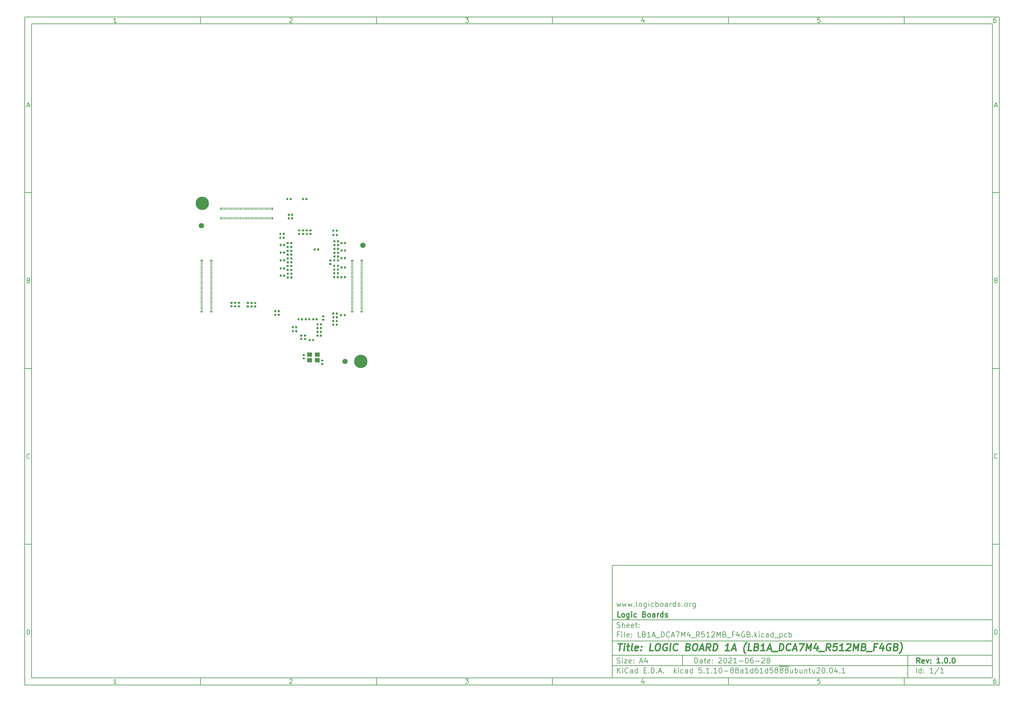
<source format=gbr>
%TF.GenerationSoftware,KiCad,Pcbnew,5.1.10-88a1d61d58~88~ubuntu20.04.1*%
%TF.CreationDate,2021-06-28T11:18:36+05:30*%
%TF.ProjectId,LB1A_DCA7M4_R512MB_F4GB,4c423141-5f44-4434-9137-4d345f523531,1.0.0*%
%TF.SameCoordinates,Original*%
%TF.FileFunction,Soldermask,Bot*%
%TF.FilePolarity,Negative*%
%FSLAX46Y46*%
G04 Gerber Fmt 4.6, Leading zero omitted, Abs format (unit mm)*
G04 Created by KiCad (PCBNEW 5.1.10-88a1d61d58~88~ubuntu20.04.1) date 2021-06-28 11:18:36*
%MOMM*%
%LPD*%
G01*
G04 APERTURE LIST*
%ADD10C,0.100000*%
%ADD11C,0.150000*%
%ADD12C,0.300000*%
%ADD13C,0.400000*%
%ADD14C,3.800000*%
%ADD15R,0.660000X0.230000*%
%ADD16R,0.660000X0.350000*%
%ADD17R,0.230000X0.660000*%
%ADD18R,0.350000X0.660000*%
%ADD19C,1.500000*%
%ADD20R,1.400000X1.150000*%
G04 APERTURE END LIST*
D10*
D11*
X177002200Y-166007200D02*
X177002200Y-198007200D01*
X285002200Y-198007200D01*
X285002200Y-166007200D01*
X177002200Y-166007200D01*
D10*
D11*
X10000000Y-10000000D02*
X10000000Y-200007200D01*
X287002200Y-200007200D01*
X287002200Y-10000000D01*
X10000000Y-10000000D01*
D10*
D11*
X12000000Y-12000000D02*
X12000000Y-198007200D01*
X285002200Y-198007200D01*
X285002200Y-12000000D01*
X12000000Y-12000000D01*
D10*
D11*
X60000000Y-12000000D02*
X60000000Y-10000000D01*
D10*
D11*
X110000000Y-12000000D02*
X110000000Y-10000000D01*
D10*
D11*
X160000000Y-12000000D02*
X160000000Y-10000000D01*
D10*
D11*
X210000000Y-12000000D02*
X210000000Y-10000000D01*
D10*
D11*
X260000000Y-12000000D02*
X260000000Y-10000000D01*
D10*
D11*
X36065476Y-11588095D02*
X35322619Y-11588095D01*
X35694047Y-11588095D02*
X35694047Y-10288095D01*
X35570238Y-10473809D01*
X35446428Y-10597619D01*
X35322619Y-10659523D01*
D10*
D11*
X85322619Y-10411904D02*
X85384523Y-10350000D01*
X85508333Y-10288095D01*
X85817857Y-10288095D01*
X85941666Y-10350000D01*
X86003571Y-10411904D01*
X86065476Y-10535714D01*
X86065476Y-10659523D01*
X86003571Y-10845238D01*
X85260714Y-11588095D01*
X86065476Y-11588095D01*
D10*
D11*
X135260714Y-10288095D02*
X136065476Y-10288095D01*
X135632142Y-10783333D01*
X135817857Y-10783333D01*
X135941666Y-10845238D01*
X136003571Y-10907142D01*
X136065476Y-11030952D01*
X136065476Y-11340476D01*
X136003571Y-11464285D01*
X135941666Y-11526190D01*
X135817857Y-11588095D01*
X135446428Y-11588095D01*
X135322619Y-11526190D01*
X135260714Y-11464285D01*
D10*
D11*
X185941666Y-10721428D02*
X185941666Y-11588095D01*
X185632142Y-10226190D02*
X185322619Y-11154761D01*
X186127380Y-11154761D01*
D10*
D11*
X236003571Y-10288095D02*
X235384523Y-10288095D01*
X235322619Y-10907142D01*
X235384523Y-10845238D01*
X235508333Y-10783333D01*
X235817857Y-10783333D01*
X235941666Y-10845238D01*
X236003571Y-10907142D01*
X236065476Y-11030952D01*
X236065476Y-11340476D01*
X236003571Y-11464285D01*
X235941666Y-11526190D01*
X235817857Y-11588095D01*
X235508333Y-11588095D01*
X235384523Y-11526190D01*
X235322619Y-11464285D01*
D10*
D11*
X285941666Y-10288095D02*
X285694047Y-10288095D01*
X285570238Y-10350000D01*
X285508333Y-10411904D01*
X285384523Y-10597619D01*
X285322619Y-10845238D01*
X285322619Y-11340476D01*
X285384523Y-11464285D01*
X285446428Y-11526190D01*
X285570238Y-11588095D01*
X285817857Y-11588095D01*
X285941666Y-11526190D01*
X286003571Y-11464285D01*
X286065476Y-11340476D01*
X286065476Y-11030952D01*
X286003571Y-10907142D01*
X285941666Y-10845238D01*
X285817857Y-10783333D01*
X285570238Y-10783333D01*
X285446428Y-10845238D01*
X285384523Y-10907142D01*
X285322619Y-11030952D01*
D10*
D11*
X60000000Y-198007200D02*
X60000000Y-200007200D01*
D10*
D11*
X110000000Y-198007200D02*
X110000000Y-200007200D01*
D10*
D11*
X160000000Y-198007200D02*
X160000000Y-200007200D01*
D10*
D11*
X210000000Y-198007200D02*
X210000000Y-200007200D01*
D10*
D11*
X260000000Y-198007200D02*
X260000000Y-200007200D01*
D10*
D11*
X36065476Y-199595295D02*
X35322619Y-199595295D01*
X35694047Y-199595295D02*
X35694047Y-198295295D01*
X35570238Y-198481009D01*
X35446428Y-198604819D01*
X35322619Y-198666723D01*
D10*
D11*
X85322619Y-198419104D02*
X85384523Y-198357200D01*
X85508333Y-198295295D01*
X85817857Y-198295295D01*
X85941666Y-198357200D01*
X86003571Y-198419104D01*
X86065476Y-198542914D01*
X86065476Y-198666723D01*
X86003571Y-198852438D01*
X85260714Y-199595295D01*
X86065476Y-199595295D01*
D10*
D11*
X135260714Y-198295295D02*
X136065476Y-198295295D01*
X135632142Y-198790533D01*
X135817857Y-198790533D01*
X135941666Y-198852438D01*
X136003571Y-198914342D01*
X136065476Y-199038152D01*
X136065476Y-199347676D01*
X136003571Y-199471485D01*
X135941666Y-199533390D01*
X135817857Y-199595295D01*
X135446428Y-199595295D01*
X135322619Y-199533390D01*
X135260714Y-199471485D01*
D10*
D11*
X185941666Y-198728628D02*
X185941666Y-199595295D01*
X185632142Y-198233390D02*
X185322619Y-199161961D01*
X186127380Y-199161961D01*
D10*
D11*
X236003571Y-198295295D02*
X235384523Y-198295295D01*
X235322619Y-198914342D01*
X235384523Y-198852438D01*
X235508333Y-198790533D01*
X235817857Y-198790533D01*
X235941666Y-198852438D01*
X236003571Y-198914342D01*
X236065476Y-199038152D01*
X236065476Y-199347676D01*
X236003571Y-199471485D01*
X235941666Y-199533390D01*
X235817857Y-199595295D01*
X235508333Y-199595295D01*
X235384523Y-199533390D01*
X235322619Y-199471485D01*
D10*
D11*
X285941666Y-198295295D02*
X285694047Y-198295295D01*
X285570238Y-198357200D01*
X285508333Y-198419104D01*
X285384523Y-198604819D01*
X285322619Y-198852438D01*
X285322619Y-199347676D01*
X285384523Y-199471485D01*
X285446428Y-199533390D01*
X285570238Y-199595295D01*
X285817857Y-199595295D01*
X285941666Y-199533390D01*
X286003571Y-199471485D01*
X286065476Y-199347676D01*
X286065476Y-199038152D01*
X286003571Y-198914342D01*
X285941666Y-198852438D01*
X285817857Y-198790533D01*
X285570238Y-198790533D01*
X285446428Y-198852438D01*
X285384523Y-198914342D01*
X285322619Y-199038152D01*
D10*
D11*
X10000000Y-60000000D02*
X12000000Y-60000000D01*
D10*
D11*
X10000000Y-110000000D02*
X12000000Y-110000000D01*
D10*
D11*
X10000000Y-160000000D02*
X12000000Y-160000000D01*
D10*
D11*
X10690476Y-35216666D02*
X11309523Y-35216666D01*
X10566666Y-35588095D02*
X11000000Y-34288095D01*
X11433333Y-35588095D01*
D10*
D11*
X11092857Y-84907142D02*
X11278571Y-84969047D01*
X11340476Y-85030952D01*
X11402380Y-85154761D01*
X11402380Y-85340476D01*
X11340476Y-85464285D01*
X11278571Y-85526190D01*
X11154761Y-85588095D01*
X10659523Y-85588095D01*
X10659523Y-84288095D01*
X11092857Y-84288095D01*
X11216666Y-84350000D01*
X11278571Y-84411904D01*
X11340476Y-84535714D01*
X11340476Y-84659523D01*
X11278571Y-84783333D01*
X11216666Y-84845238D01*
X11092857Y-84907142D01*
X10659523Y-84907142D01*
D10*
D11*
X11402380Y-135464285D02*
X11340476Y-135526190D01*
X11154761Y-135588095D01*
X11030952Y-135588095D01*
X10845238Y-135526190D01*
X10721428Y-135402380D01*
X10659523Y-135278571D01*
X10597619Y-135030952D01*
X10597619Y-134845238D01*
X10659523Y-134597619D01*
X10721428Y-134473809D01*
X10845238Y-134350000D01*
X11030952Y-134288095D01*
X11154761Y-134288095D01*
X11340476Y-134350000D01*
X11402380Y-134411904D01*
D10*
D11*
X10659523Y-185588095D02*
X10659523Y-184288095D01*
X10969047Y-184288095D01*
X11154761Y-184350000D01*
X11278571Y-184473809D01*
X11340476Y-184597619D01*
X11402380Y-184845238D01*
X11402380Y-185030952D01*
X11340476Y-185278571D01*
X11278571Y-185402380D01*
X11154761Y-185526190D01*
X10969047Y-185588095D01*
X10659523Y-185588095D01*
D10*
D11*
X287002200Y-60000000D02*
X285002200Y-60000000D01*
D10*
D11*
X287002200Y-110000000D02*
X285002200Y-110000000D01*
D10*
D11*
X287002200Y-160000000D02*
X285002200Y-160000000D01*
D10*
D11*
X285692676Y-35216666D02*
X286311723Y-35216666D01*
X285568866Y-35588095D02*
X286002200Y-34288095D01*
X286435533Y-35588095D01*
D10*
D11*
X286095057Y-84907142D02*
X286280771Y-84969047D01*
X286342676Y-85030952D01*
X286404580Y-85154761D01*
X286404580Y-85340476D01*
X286342676Y-85464285D01*
X286280771Y-85526190D01*
X286156961Y-85588095D01*
X285661723Y-85588095D01*
X285661723Y-84288095D01*
X286095057Y-84288095D01*
X286218866Y-84350000D01*
X286280771Y-84411904D01*
X286342676Y-84535714D01*
X286342676Y-84659523D01*
X286280771Y-84783333D01*
X286218866Y-84845238D01*
X286095057Y-84907142D01*
X285661723Y-84907142D01*
D10*
D11*
X286404580Y-135464285D02*
X286342676Y-135526190D01*
X286156961Y-135588095D01*
X286033152Y-135588095D01*
X285847438Y-135526190D01*
X285723628Y-135402380D01*
X285661723Y-135278571D01*
X285599819Y-135030952D01*
X285599819Y-134845238D01*
X285661723Y-134597619D01*
X285723628Y-134473809D01*
X285847438Y-134350000D01*
X286033152Y-134288095D01*
X286156961Y-134288095D01*
X286342676Y-134350000D01*
X286404580Y-134411904D01*
D10*
D11*
X285661723Y-185588095D02*
X285661723Y-184288095D01*
X285971247Y-184288095D01*
X286156961Y-184350000D01*
X286280771Y-184473809D01*
X286342676Y-184597619D01*
X286404580Y-184845238D01*
X286404580Y-185030952D01*
X286342676Y-185278571D01*
X286280771Y-185402380D01*
X286156961Y-185526190D01*
X285971247Y-185588095D01*
X285661723Y-185588095D01*
D10*
D11*
X200434342Y-193785771D02*
X200434342Y-192285771D01*
X200791485Y-192285771D01*
X201005771Y-192357200D01*
X201148628Y-192500057D01*
X201220057Y-192642914D01*
X201291485Y-192928628D01*
X201291485Y-193142914D01*
X201220057Y-193428628D01*
X201148628Y-193571485D01*
X201005771Y-193714342D01*
X200791485Y-193785771D01*
X200434342Y-193785771D01*
X202577200Y-193785771D02*
X202577200Y-193000057D01*
X202505771Y-192857200D01*
X202362914Y-192785771D01*
X202077200Y-192785771D01*
X201934342Y-192857200D01*
X202577200Y-193714342D02*
X202434342Y-193785771D01*
X202077200Y-193785771D01*
X201934342Y-193714342D01*
X201862914Y-193571485D01*
X201862914Y-193428628D01*
X201934342Y-193285771D01*
X202077200Y-193214342D01*
X202434342Y-193214342D01*
X202577200Y-193142914D01*
X203077200Y-192785771D02*
X203648628Y-192785771D01*
X203291485Y-192285771D02*
X203291485Y-193571485D01*
X203362914Y-193714342D01*
X203505771Y-193785771D01*
X203648628Y-193785771D01*
X204720057Y-193714342D02*
X204577200Y-193785771D01*
X204291485Y-193785771D01*
X204148628Y-193714342D01*
X204077200Y-193571485D01*
X204077200Y-193000057D01*
X204148628Y-192857200D01*
X204291485Y-192785771D01*
X204577200Y-192785771D01*
X204720057Y-192857200D01*
X204791485Y-193000057D01*
X204791485Y-193142914D01*
X204077200Y-193285771D01*
X205434342Y-193642914D02*
X205505771Y-193714342D01*
X205434342Y-193785771D01*
X205362914Y-193714342D01*
X205434342Y-193642914D01*
X205434342Y-193785771D01*
X205434342Y-192857200D02*
X205505771Y-192928628D01*
X205434342Y-193000057D01*
X205362914Y-192928628D01*
X205434342Y-192857200D01*
X205434342Y-193000057D01*
X207220057Y-192428628D02*
X207291485Y-192357200D01*
X207434342Y-192285771D01*
X207791485Y-192285771D01*
X207934342Y-192357200D01*
X208005771Y-192428628D01*
X208077200Y-192571485D01*
X208077200Y-192714342D01*
X208005771Y-192928628D01*
X207148628Y-193785771D01*
X208077200Y-193785771D01*
X209005771Y-192285771D02*
X209148628Y-192285771D01*
X209291485Y-192357200D01*
X209362914Y-192428628D01*
X209434342Y-192571485D01*
X209505771Y-192857200D01*
X209505771Y-193214342D01*
X209434342Y-193500057D01*
X209362914Y-193642914D01*
X209291485Y-193714342D01*
X209148628Y-193785771D01*
X209005771Y-193785771D01*
X208862914Y-193714342D01*
X208791485Y-193642914D01*
X208720057Y-193500057D01*
X208648628Y-193214342D01*
X208648628Y-192857200D01*
X208720057Y-192571485D01*
X208791485Y-192428628D01*
X208862914Y-192357200D01*
X209005771Y-192285771D01*
X210077200Y-192428628D02*
X210148628Y-192357200D01*
X210291485Y-192285771D01*
X210648628Y-192285771D01*
X210791485Y-192357200D01*
X210862914Y-192428628D01*
X210934342Y-192571485D01*
X210934342Y-192714342D01*
X210862914Y-192928628D01*
X210005771Y-193785771D01*
X210934342Y-193785771D01*
X212362914Y-193785771D02*
X211505771Y-193785771D01*
X211934342Y-193785771D02*
X211934342Y-192285771D01*
X211791485Y-192500057D01*
X211648628Y-192642914D01*
X211505771Y-192714342D01*
X213005771Y-193214342D02*
X214148628Y-193214342D01*
X215148628Y-192285771D02*
X215291485Y-192285771D01*
X215434342Y-192357200D01*
X215505771Y-192428628D01*
X215577200Y-192571485D01*
X215648628Y-192857200D01*
X215648628Y-193214342D01*
X215577200Y-193500057D01*
X215505771Y-193642914D01*
X215434342Y-193714342D01*
X215291485Y-193785771D01*
X215148628Y-193785771D01*
X215005771Y-193714342D01*
X214934342Y-193642914D01*
X214862914Y-193500057D01*
X214791485Y-193214342D01*
X214791485Y-192857200D01*
X214862914Y-192571485D01*
X214934342Y-192428628D01*
X215005771Y-192357200D01*
X215148628Y-192285771D01*
X216934342Y-192285771D02*
X216648628Y-192285771D01*
X216505771Y-192357200D01*
X216434342Y-192428628D01*
X216291485Y-192642914D01*
X216220057Y-192928628D01*
X216220057Y-193500057D01*
X216291485Y-193642914D01*
X216362914Y-193714342D01*
X216505771Y-193785771D01*
X216791485Y-193785771D01*
X216934342Y-193714342D01*
X217005771Y-193642914D01*
X217077200Y-193500057D01*
X217077200Y-193142914D01*
X217005771Y-193000057D01*
X216934342Y-192928628D01*
X216791485Y-192857200D01*
X216505771Y-192857200D01*
X216362914Y-192928628D01*
X216291485Y-193000057D01*
X216220057Y-193142914D01*
X217720057Y-193214342D02*
X218862914Y-193214342D01*
X219505771Y-192428628D02*
X219577200Y-192357200D01*
X219720057Y-192285771D01*
X220077200Y-192285771D01*
X220220057Y-192357200D01*
X220291485Y-192428628D01*
X220362914Y-192571485D01*
X220362914Y-192714342D01*
X220291485Y-192928628D01*
X219434342Y-193785771D01*
X220362914Y-193785771D01*
X221220057Y-192928628D02*
X221077200Y-192857200D01*
X221005771Y-192785771D01*
X220934342Y-192642914D01*
X220934342Y-192571485D01*
X221005771Y-192428628D01*
X221077200Y-192357200D01*
X221220057Y-192285771D01*
X221505771Y-192285771D01*
X221648628Y-192357200D01*
X221720057Y-192428628D01*
X221791485Y-192571485D01*
X221791485Y-192642914D01*
X221720057Y-192785771D01*
X221648628Y-192857200D01*
X221505771Y-192928628D01*
X221220057Y-192928628D01*
X221077200Y-193000057D01*
X221005771Y-193071485D01*
X220934342Y-193214342D01*
X220934342Y-193500057D01*
X221005771Y-193642914D01*
X221077200Y-193714342D01*
X221220057Y-193785771D01*
X221505771Y-193785771D01*
X221648628Y-193714342D01*
X221720057Y-193642914D01*
X221791485Y-193500057D01*
X221791485Y-193214342D01*
X221720057Y-193071485D01*
X221648628Y-193000057D01*
X221505771Y-192928628D01*
D10*
D11*
X177002200Y-194507200D02*
X285002200Y-194507200D01*
D10*
D11*
X178434342Y-196585771D02*
X178434342Y-195085771D01*
X179291485Y-196585771D02*
X178648628Y-195728628D01*
X179291485Y-195085771D02*
X178434342Y-195942914D01*
X179934342Y-196585771D02*
X179934342Y-195585771D01*
X179934342Y-195085771D02*
X179862914Y-195157200D01*
X179934342Y-195228628D01*
X180005771Y-195157200D01*
X179934342Y-195085771D01*
X179934342Y-195228628D01*
X181505771Y-196442914D02*
X181434342Y-196514342D01*
X181220057Y-196585771D01*
X181077200Y-196585771D01*
X180862914Y-196514342D01*
X180720057Y-196371485D01*
X180648628Y-196228628D01*
X180577200Y-195942914D01*
X180577200Y-195728628D01*
X180648628Y-195442914D01*
X180720057Y-195300057D01*
X180862914Y-195157200D01*
X181077200Y-195085771D01*
X181220057Y-195085771D01*
X181434342Y-195157200D01*
X181505771Y-195228628D01*
X182791485Y-196585771D02*
X182791485Y-195800057D01*
X182720057Y-195657200D01*
X182577200Y-195585771D01*
X182291485Y-195585771D01*
X182148628Y-195657200D01*
X182791485Y-196514342D02*
X182648628Y-196585771D01*
X182291485Y-196585771D01*
X182148628Y-196514342D01*
X182077200Y-196371485D01*
X182077200Y-196228628D01*
X182148628Y-196085771D01*
X182291485Y-196014342D01*
X182648628Y-196014342D01*
X182791485Y-195942914D01*
X184148628Y-196585771D02*
X184148628Y-195085771D01*
X184148628Y-196514342D02*
X184005771Y-196585771D01*
X183720057Y-196585771D01*
X183577200Y-196514342D01*
X183505771Y-196442914D01*
X183434342Y-196300057D01*
X183434342Y-195871485D01*
X183505771Y-195728628D01*
X183577200Y-195657200D01*
X183720057Y-195585771D01*
X184005771Y-195585771D01*
X184148628Y-195657200D01*
X186005771Y-195800057D02*
X186505771Y-195800057D01*
X186720057Y-196585771D02*
X186005771Y-196585771D01*
X186005771Y-195085771D01*
X186720057Y-195085771D01*
X187362914Y-196442914D02*
X187434342Y-196514342D01*
X187362914Y-196585771D01*
X187291485Y-196514342D01*
X187362914Y-196442914D01*
X187362914Y-196585771D01*
X188077200Y-196585771D02*
X188077200Y-195085771D01*
X188434342Y-195085771D01*
X188648628Y-195157200D01*
X188791485Y-195300057D01*
X188862914Y-195442914D01*
X188934342Y-195728628D01*
X188934342Y-195942914D01*
X188862914Y-196228628D01*
X188791485Y-196371485D01*
X188648628Y-196514342D01*
X188434342Y-196585771D01*
X188077200Y-196585771D01*
X189577200Y-196442914D02*
X189648628Y-196514342D01*
X189577200Y-196585771D01*
X189505771Y-196514342D01*
X189577200Y-196442914D01*
X189577200Y-196585771D01*
X190220057Y-196157200D02*
X190934342Y-196157200D01*
X190077200Y-196585771D02*
X190577200Y-195085771D01*
X191077200Y-196585771D01*
X191577200Y-196442914D02*
X191648628Y-196514342D01*
X191577200Y-196585771D01*
X191505771Y-196514342D01*
X191577200Y-196442914D01*
X191577200Y-196585771D01*
X194577200Y-196585771D02*
X194577200Y-195085771D01*
X194720057Y-196014342D02*
X195148628Y-196585771D01*
X195148628Y-195585771D02*
X194577200Y-196157200D01*
X195791485Y-196585771D02*
X195791485Y-195585771D01*
X195791485Y-195085771D02*
X195720057Y-195157200D01*
X195791485Y-195228628D01*
X195862914Y-195157200D01*
X195791485Y-195085771D01*
X195791485Y-195228628D01*
X197148628Y-196514342D02*
X197005771Y-196585771D01*
X196720057Y-196585771D01*
X196577200Y-196514342D01*
X196505771Y-196442914D01*
X196434342Y-196300057D01*
X196434342Y-195871485D01*
X196505771Y-195728628D01*
X196577200Y-195657200D01*
X196720057Y-195585771D01*
X197005771Y-195585771D01*
X197148628Y-195657200D01*
X198434342Y-196585771D02*
X198434342Y-195800057D01*
X198362914Y-195657200D01*
X198220057Y-195585771D01*
X197934342Y-195585771D01*
X197791485Y-195657200D01*
X198434342Y-196514342D02*
X198291485Y-196585771D01*
X197934342Y-196585771D01*
X197791485Y-196514342D01*
X197720057Y-196371485D01*
X197720057Y-196228628D01*
X197791485Y-196085771D01*
X197934342Y-196014342D01*
X198291485Y-196014342D01*
X198434342Y-195942914D01*
X199791485Y-196585771D02*
X199791485Y-195085771D01*
X199791485Y-196514342D02*
X199648628Y-196585771D01*
X199362914Y-196585771D01*
X199220057Y-196514342D01*
X199148628Y-196442914D01*
X199077200Y-196300057D01*
X199077200Y-195871485D01*
X199148628Y-195728628D01*
X199220057Y-195657200D01*
X199362914Y-195585771D01*
X199648628Y-195585771D01*
X199791485Y-195657200D01*
X202362914Y-195085771D02*
X201648628Y-195085771D01*
X201577200Y-195800057D01*
X201648628Y-195728628D01*
X201791485Y-195657200D01*
X202148628Y-195657200D01*
X202291485Y-195728628D01*
X202362914Y-195800057D01*
X202434342Y-195942914D01*
X202434342Y-196300057D01*
X202362914Y-196442914D01*
X202291485Y-196514342D01*
X202148628Y-196585771D01*
X201791485Y-196585771D01*
X201648628Y-196514342D01*
X201577200Y-196442914D01*
X203077200Y-196442914D02*
X203148628Y-196514342D01*
X203077200Y-196585771D01*
X203005771Y-196514342D01*
X203077200Y-196442914D01*
X203077200Y-196585771D01*
X204577200Y-196585771D02*
X203720057Y-196585771D01*
X204148628Y-196585771D02*
X204148628Y-195085771D01*
X204005771Y-195300057D01*
X203862914Y-195442914D01*
X203720057Y-195514342D01*
X205220057Y-196442914D02*
X205291485Y-196514342D01*
X205220057Y-196585771D01*
X205148628Y-196514342D01*
X205220057Y-196442914D01*
X205220057Y-196585771D01*
X206720057Y-196585771D02*
X205862914Y-196585771D01*
X206291485Y-196585771D02*
X206291485Y-195085771D01*
X206148628Y-195300057D01*
X206005771Y-195442914D01*
X205862914Y-195514342D01*
X207648628Y-195085771D02*
X207791485Y-195085771D01*
X207934342Y-195157200D01*
X208005771Y-195228628D01*
X208077200Y-195371485D01*
X208148628Y-195657200D01*
X208148628Y-196014342D01*
X208077200Y-196300057D01*
X208005771Y-196442914D01*
X207934342Y-196514342D01*
X207791485Y-196585771D01*
X207648628Y-196585771D01*
X207505771Y-196514342D01*
X207434342Y-196442914D01*
X207362914Y-196300057D01*
X207291485Y-196014342D01*
X207291485Y-195657200D01*
X207362914Y-195371485D01*
X207434342Y-195228628D01*
X207505771Y-195157200D01*
X207648628Y-195085771D01*
X208791485Y-196014342D02*
X209934342Y-196014342D01*
X210862914Y-195728628D02*
X210720057Y-195657200D01*
X210648628Y-195585771D01*
X210577200Y-195442914D01*
X210577200Y-195371485D01*
X210648628Y-195228628D01*
X210720057Y-195157200D01*
X210862914Y-195085771D01*
X211148628Y-195085771D01*
X211291485Y-195157200D01*
X211362914Y-195228628D01*
X211434342Y-195371485D01*
X211434342Y-195442914D01*
X211362914Y-195585771D01*
X211291485Y-195657200D01*
X211148628Y-195728628D01*
X210862914Y-195728628D01*
X210720057Y-195800057D01*
X210648628Y-195871485D01*
X210577200Y-196014342D01*
X210577200Y-196300057D01*
X210648628Y-196442914D01*
X210720057Y-196514342D01*
X210862914Y-196585771D01*
X211148628Y-196585771D01*
X211291485Y-196514342D01*
X211362914Y-196442914D01*
X211434342Y-196300057D01*
X211434342Y-196014342D01*
X211362914Y-195871485D01*
X211291485Y-195800057D01*
X211148628Y-195728628D01*
X212291485Y-195728628D02*
X212148628Y-195657200D01*
X212077200Y-195585771D01*
X212005771Y-195442914D01*
X212005771Y-195371485D01*
X212077200Y-195228628D01*
X212148628Y-195157200D01*
X212291485Y-195085771D01*
X212577200Y-195085771D01*
X212720057Y-195157200D01*
X212791485Y-195228628D01*
X212862914Y-195371485D01*
X212862914Y-195442914D01*
X212791485Y-195585771D01*
X212720057Y-195657200D01*
X212577200Y-195728628D01*
X212291485Y-195728628D01*
X212148628Y-195800057D01*
X212077200Y-195871485D01*
X212005771Y-196014342D01*
X212005771Y-196300057D01*
X212077200Y-196442914D01*
X212148628Y-196514342D01*
X212291485Y-196585771D01*
X212577200Y-196585771D01*
X212720057Y-196514342D01*
X212791485Y-196442914D01*
X212862914Y-196300057D01*
X212862914Y-196014342D01*
X212791485Y-195871485D01*
X212720057Y-195800057D01*
X212577200Y-195728628D01*
X214148628Y-196585771D02*
X214148628Y-195800057D01*
X214077200Y-195657200D01*
X213934342Y-195585771D01*
X213648628Y-195585771D01*
X213505771Y-195657200D01*
X214148628Y-196514342D02*
X214005771Y-196585771D01*
X213648628Y-196585771D01*
X213505771Y-196514342D01*
X213434342Y-196371485D01*
X213434342Y-196228628D01*
X213505771Y-196085771D01*
X213648628Y-196014342D01*
X214005771Y-196014342D01*
X214148628Y-195942914D01*
X215648628Y-196585771D02*
X214791485Y-196585771D01*
X215220057Y-196585771D02*
X215220057Y-195085771D01*
X215077200Y-195300057D01*
X214934342Y-195442914D01*
X214791485Y-195514342D01*
X216934342Y-196585771D02*
X216934342Y-195085771D01*
X216934342Y-196514342D02*
X216791485Y-196585771D01*
X216505771Y-196585771D01*
X216362914Y-196514342D01*
X216291485Y-196442914D01*
X216220057Y-196300057D01*
X216220057Y-195871485D01*
X216291485Y-195728628D01*
X216362914Y-195657200D01*
X216505771Y-195585771D01*
X216791485Y-195585771D01*
X216934342Y-195657200D01*
X218291485Y-195085771D02*
X218005771Y-195085771D01*
X217862914Y-195157200D01*
X217791485Y-195228628D01*
X217648628Y-195442914D01*
X217577200Y-195728628D01*
X217577200Y-196300057D01*
X217648628Y-196442914D01*
X217720057Y-196514342D01*
X217862914Y-196585771D01*
X218148628Y-196585771D01*
X218291485Y-196514342D01*
X218362914Y-196442914D01*
X218434342Y-196300057D01*
X218434342Y-195942914D01*
X218362914Y-195800057D01*
X218291485Y-195728628D01*
X218148628Y-195657200D01*
X217862914Y-195657200D01*
X217720057Y-195728628D01*
X217648628Y-195800057D01*
X217577200Y-195942914D01*
X219862914Y-196585771D02*
X219005771Y-196585771D01*
X219434342Y-196585771D02*
X219434342Y-195085771D01*
X219291485Y-195300057D01*
X219148628Y-195442914D01*
X219005771Y-195514342D01*
X221148628Y-196585771D02*
X221148628Y-195085771D01*
X221148628Y-196514342D02*
X221005771Y-196585771D01*
X220720057Y-196585771D01*
X220577200Y-196514342D01*
X220505771Y-196442914D01*
X220434342Y-196300057D01*
X220434342Y-195871485D01*
X220505771Y-195728628D01*
X220577200Y-195657200D01*
X220720057Y-195585771D01*
X221005771Y-195585771D01*
X221148628Y-195657200D01*
X222577200Y-195085771D02*
X221862914Y-195085771D01*
X221791485Y-195800057D01*
X221862914Y-195728628D01*
X222005771Y-195657200D01*
X222362914Y-195657200D01*
X222505771Y-195728628D01*
X222577200Y-195800057D01*
X222648628Y-195942914D01*
X222648628Y-196300057D01*
X222577200Y-196442914D01*
X222505771Y-196514342D01*
X222362914Y-196585771D01*
X222005771Y-196585771D01*
X221862914Y-196514342D01*
X221791485Y-196442914D01*
X223505771Y-195728628D02*
X223362914Y-195657200D01*
X223291485Y-195585771D01*
X223220057Y-195442914D01*
X223220057Y-195371485D01*
X223291485Y-195228628D01*
X223362914Y-195157200D01*
X223505771Y-195085771D01*
X223791485Y-195085771D01*
X223934342Y-195157200D01*
X224005771Y-195228628D01*
X224077200Y-195371485D01*
X224077200Y-195442914D01*
X224005771Y-195585771D01*
X223934342Y-195657200D01*
X223791485Y-195728628D01*
X223505771Y-195728628D01*
X223362914Y-195800057D01*
X223291485Y-195871485D01*
X223220057Y-196014342D01*
X223220057Y-196300057D01*
X223291485Y-196442914D01*
X223362914Y-196514342D01*
X223505771Y-196585771D01*
X223791485Y-196585771D01*
X223934342Y-196514342D01*
X224005771Y-196442914D01*
X224077200Y-196300057D01*
X224077200Y-196014342D01*
X224005771Y-195871485D01*
X223934342Y-195800057D01*
X223791485Y-195728628D01*
X224362914Y-194677200D02*
X225791485Y-194677200D01*
X224934342Y-195728628D02*
X224791485Y-195657200D01*
X224720057Y-195585771D01*
X224648628Y-195442914D01*
X224648628Y-195371485D01*
X224720057Y-195228628D01*
X224791485Y-195157200D01*
X224934342Y-195085771D01*
X225220057Y-195085771D01*
X225362914Y-195157200D01*
X225434342Y-195228628D01*
X225505771Y-195371485D01*
X225505771Y-195442914D01*
X225434342Y-195585771D01*
X225362914Y-195657200D01*
X225220057Y-195728628D01*
X224934342Y-195728628D01*
X224791485Y-195800057D01*
X224720057Y-195871485D01*
X224648628Y-196014342D01*
X224648628Y-196300057D01*
X224720057Y-196442914D01*
X224791485Y-196514342D01*
X224934342Y-196585771D01*
X225220057Y-196585771D01*
X225362914Y-196514342D01*
X225434342Y-196442914D01*
X225505771Y-196300057D01*
X225505771Y-196014342D01*
X225434342Y-195871485D01*
X225362914Y-195800057D01*
X225220057Y-195728628D01*
X225791485Y-194677200D02*
X227220057Y-194677200D01*
X226362914Y-195728628D02*
X226220057Y-195657200D01*
X226148628Y-195585771D01*
X226077199Y-195442914D01*
X226077199Y-195371485D01*
X226148628Y-195228628D01*
X226220057Y-195157200D01*
X226362914Y-195085771D01*
X226648628Y-195085771D01*
X226791485Y-195157200D01*
X226862914Y-195228628D01*
X226934342Y-195371485D01*
X226934342Y-195442914D01*
X226862914Y-195585771D01*
X226791485Y-195657200D01*
X226648628Y-195728628D01*
X226362914Y-195728628D01*
X226220057Y-195800057D01*
X226148628Y-195871485D01*
X226077199Y-196014342D01*
X226077199Y-196300057D01*
X226148628Y-196442914D01*
X226220057Y-196514342D01*
X226362914Y-196585771D01*
X226648628Y-196585771D01*
X226791485Y-196514342D01*
X226862914Y-196442914D01*
X226934342Y-196300057D01*
X226934342Y-196014342D01*
X226862914Y-195871485D01*
X226791485Y-195800057D01*
X226648628Y-195728628D01*
X228220057Y-195585771D02*
X228220057Y-196585771D01*
X227577199Y-195585771D02*
X227577199Y-196371485D01*
X227648628Y-196514342D01*
X227791485Y-196585771D01*
X228005771Y-196585771D01*
X228148628Y-196514342D01*
X228220057Y-196442914D01*
X228934342Y-196585771D02*
X228934342Y-195085771D01*
X228934342Y-195657200D02*
X229077199Y-195585771D01*
X229362914Y-195585771D01*
X229505771Y-195657200D01*
X229577199Y-195728628D01*
X229648628Y-195871485D01*
X229648628Y-196300057D01*
X229577199Y-196442914D01*
X229505771Y-196514342D01*
X229362914Y-196585771D01*
X229077199Y-196585771D01*
X228934342Y-196514342D01*
X230934342Y-195585771D02*
X230934342Y-196585771D01*
X230291485Y-195585771D02*
X230291485Y-196371485D01*
X230362914Y-196514342D01*
X230505771Y-196585771D01*
X230720057Y-196585771D01*
X230862914Y-196514342D01*
X230934342Y-196442914D01*
X231648628Y-195585771D02*
X231648628Y-196585771D01*
X231648628Y-195728628D02*
X231720057Y-195657200D01*
X231862914Y-195585771D01*
X232077199Y-195585771D01*
X232220057Y-195657200D01*
X232291485Y-195800057D01*
X232291485Y-196585771D01*
X232791485Y-195585771D02*
X233362914Y-195585771D01*
X233005771Y-195085771D02*
X233005771Y-196371485D01*
X233077199Y-196514342D01*
X233220057Y-196585771D01*
X233362914Y-196585771D01*
X234505771Y-195585771D02*
X234505771Y-196585771D01*
X233862914Y-195585771D02*
X233862914Y-196371485D01*
X233934342Y-196514342D01*
X234077200Y-196585771D01*
X234291485Y-196585771D01*
X234434342Y-196514342D01*
X234505771Y-196442914D01*
X235148628Y-195228628D02*
X235220057Y-195157200D01*
X235362914Y-195085771D01*
X235720057Y-195085771D01*
X235862914Y-195157200D01*
X235934342Y-195228628D01*
X236005771Y-195371485D01*
X236005771Y-195514342D01*
X235934342Y-195728628D01*
X235077200Y-196585771D01*
X236005771Y-196585771D01*
X236934342Y-195085771D02*
X237077199Y-195085771D01*
X237220057Y-195157200D01*
X237291485Y-195228628D01*
X237362914Y-195371485D01*
X237434342Y-195657200D01*
X237434342Y-196014342D01*
X237362914Y-196300057D01*
X237291485Y-196442914D01*
X237220057Y-196514342D01*
X237077199Y-196585771D01*
X236934342Y-196585771D01*
X236791485Y-196514342D01*
X236720057Y-196442914D01*
X236648628Y-196300057D01*
X236577199Y-196014342D01*
X236577199Y-195657200D01*
X236648628Y-195371485D01*
X236720057Y-195228628D01*
X236791485Y-195157200D01*
X236934342Y-195085771D01*
X238077199Y-196442914D02*
X238148628Y-196514342D01*
X238077199Y-196585771D01*
X238005771Y-196514342D01*
X238077199Y-196442914D01*
X238077199Y-196585771D01*
X239077199Y-195085771D02*
X239220057Y-195085771D01*
X239362914Y-195157200D01*
X239434342Y-195228628D01*
X239505771Y-195371485D01*
X239577199Y-195657200D01*
X239577199Y-196014342D01*
X239505771Y-196300057D01*
X239434342Y-196442914D01*
X239362914Y-196514342D01*
X239220057Y-196585771D01*
X239077199Y-196585771D01*
X238934342Y-196514342D01*
X238862914Y-196442914D01*
X238791485Y-196300057D01*
X238720057Y-196014342D01*
X238720057Y-195657200D01*
X238791485Y-195371485D01*
X238862914Y-195228628D01*
X238934342Y-195157200D01*
X239077199Y-195085771D01*
X240862914Y-195585771D02*
X240862914Y-196585771D01*
X240505771Y-195014342D02*
X240148628Y-196085771D01*
X241077199Y-196085771D01*
X241648628Y-196442914D02*
X241720057Y-196514342D01*
X241648628Y-196585771D01*
X241577199Y-196514342D01*
X241648628Y-196442914D01*
X241648628Y-196585771D01*
X243148628Y-196585771D02*
X242291485Y-196585771D01*
X242720057Y-196585771D02*
X242720057Y-195085771D01*
X242577199Y-195300057D01*
X242434342Y-195442914D01*
X242291485Y-195514342D01*
D10*
D11*
X177002200Y-191507200D02*
X285002200Y-191507200D01*
D10*
D12*
X264411485Y-193785771D02*
X263911485Y-193071485D01*
X263554342Y-193785771D02*
X263554342Y-192285771D01*
X264125771Y-192285771D01*
X264268628Y-192357200D01*
X264340057Y-192428628D01*
X264411485Y-192571485D01*
X264411485Y-192785771D01*
X264340057Y-192928628D01*
X264268628Y-193000057D01*
X264125771Y-193071485D01*
X263554342Y-193071485D01*
X265625771Y-193714342D02*
X265482914Y-193785771D01*
X265197200Y-193785771D01*
X265054342Y-193714342D01*
X264982914Y-193571485D01*
X264982914Y-193000057D01*
X265054342Y-192857200D01*
X265197200Y-192785771D01*
X265482914Y-192785771D01*
X265625771Y-192857200D01*
X265697200Y-193000057D01*
X265697200Y-193142914D01*
X264982914Y-193285771D01*
X266197200Y-192785771D02*
X266554342Y-193785771D01*
X266911485Y-192785771D01*
X267482914Y-193642914D02*
X267554342Y-193714342D01*
X267482914Y-193785771D01*
X267411485Y-193714342D01*
X267482914Y-193642914D01*
X267482914Y-193785771D01*
X267482914Y-192857200D02*
X267554342Y-192928628D01*
X267482914Y-193000057D01*
X267411485Y-192928628D01*
X267482914Y-192857200D01*
X267482914Y-193000057D01*
X270125771Y-193785771D02*
X269268628Y-193785771D01*
X269697200Y-193785771D02*
X269697200Y-192285771D01*
X269554342Y-192500057D01*
X269411485Y-192642914D01*
X269268628Y-192714342D01*
X270768628Y-193642914D02*
X270840057Y-193714342D01*
X270768628Y-193785771D01*
X270697200Y-193714342D01*
X270768628Y-193642914D01*
X270768628Y-193785771D01*
X271768628Y-192285771D02*
X271911485Y-192285771D01*
X272054342Y-192357200D01*
X272125771Y-192428628D01*
X272197200Y-192571485D01*
X272268628Y-192857200D01*
X272268628Y-193214342D01*
X272197200Y-193500057D01*
X272125771Y-193642914D01*
X272054342Y-193714342D01*
X271911485Y-193785771D01*
X271768628Y-193785771D01*
X271625771Y-193714342D01*
X271554342Y-193642914D01*
X271482914Y-193500057D01*
X271411485Y-193214342D01*
X271411485Y-192857200D01*
X271482914Y-192571485D01*
X271554342Y-192428628D01*
X271625771Y-192357200D01*
X271768628Y-192285771D01*
X272911485Y-193642914D02*
X272982914Y-193714342D01*
X272911485Y-193785771D01*
X272840057Y-193714342D01*
X272911485Y-193642914D01*
X272911485Y-193785771D01*
X273911485Y-192285771D02*
X274054342Y-192285771D01*
X274197200Y-192357200D01*
X274268628Y-192428628D01*
X274340057Y-192571485D01*
X274411485Y-192857200D01*
X274411485Y-193214342D01*
X274340057Y-193500057D01*
X274268628Y-193642914D01*
X274197200Y-193714342D01*
X274054342Y-193785771D01*
X273911485Y-193785771D01*
X273768628Y-193714342D01*
X273697200Y-193642914D01*
X273625771Y-193500057D01*
X273554342Y-193214342D01*
X273554342Y-192857200D01*
X273625771Y-192571485D01*
X273697200Y-192428628D01*
X273768628Y-192357200D01*
X273911485Y-192285771D01*
D10*
D11*
X178362914Y-193714342D02*
X178577200Y-193785771D01*
X178934342Y-193785771D01*
X179077200Y-193714342D01*
X179148628Y-193642914D01*
X179220057Y-193500057D01*
X179220057Y-193357200D01*
X179148628Y-193214342D01*
X179077200Y-193142914D01*
X178934342Y-193071485D01*
X178648628Y-193000057D01*
X178505771Y-192928628D01*
X178434342Y-192857200D01*
X178362914Y-192714342D01*
X178362914Y-192571485D01*
X178434342Y-192428628D01*
X178505771Y-192357200D01*
X178648628Y-192285771D01*
X179005771Y-192285771D01*
X179220057Y-192357200D01*
X179862914Y-193785771D02*
X179862914Y-192785771D01*
X179862914Y-192285771D02*
X179791485Y-192357200D01*
X179862914Y-192428628D01*
X179934342Y-192357200D01*
X179862914Y-192285771D01*
X179862914Y-192428628D01*
X180434342Y-192785771D02*
X181220057Y-192785771D01*
X180434342Y-193785771D01*
X181220057Y-193785771D01*
X182362914Y-193714342D02*
X182220057Y-193785771D01*
X181934342Y-193785771D01*
X181791485Y-193714342D01*
X181720057Y-193571485D01*
X181720057Y-193000057D01*
X181791485Y-192857200D01*
X181934342Y-192785771D01*
X182220057Y-192785771D01*
X182362914Y-192857200D01*
X182434342Y-193000057D01*
X182434342Y-193142914D01*
X181720057Y-193285771D01*
X183077200Y-193642914D02*
X183148628Y-193714342D01*
X183077200Y-193785771D01*
X183005771Y-193714342D01*
X183077200Y-193642914D01*
X183077200Y-193785771D01*
X183077200Y-192857200D02*
X183148628Y-192928628D01*
X183077200Y-193000057D01*
X183005771Y-192928628D01*
X183077200Y-192857200D01*
X183077200Y-193000057D01*
X184862914Y-193357200D02*
X185577200Y-193357200D01*
X184720057Y-193785771D02*
X185220057Y-192285771D01*
X185720057Y-193785771D01*
X186862914Y-192785771D02*
X186862914Y-193785771D01*
X186505771Y-192214342D02*
X186148628Y-193285771D01*
X187077200Y-193285771D01*
D10*
D11*
X263434342Y-196585771D02*
X263434342Y-195085771D01*
X264791485Y-196585771D02*
X264791485Y-195085771D01*
X264791485Y-196514342D02*
X264648628Y-196585771D01*
X264362914Y-196585771D01*
X264220057Y-196514342D01*
X264148628Y-196442914D01*
X264077200Y-196300057D01*
X264077200Y-195871485D01*
X264148628Y-195728628D01*
X264220057Y-195657200D01*
X264362914Y-195585771D01*
X264648628Y-195585771D01*
X264791485Y-195657200D01*
X265505771Y-196442914D02*
X265577200Y-196514342D01*
X265505771Y-196585771D01*
X265434342Y-196514342D01*
X265505771Y-196442914D01*
X265505771Y-196585771D01*
X265505771Y-195657200D02*
X265577200Y-195728628D01*
X265505771Y-195800057D01*
X265434342Y-195728628D01*
X265505771Y-195657200D01*
X265505771Y-195800057D01*
X268148628Y-196585771D02*
X267291485Y-196585771D01*
X267720057Y-196585771D02*
X267720057Y-195085771D01*
X267577200Y-195300057D01*
X267434342Y-195442914D01*
X267291485Y-195514342D01*
X269862914Y-195014342D02*
X268577200Y-196942914D01*
X271148628Y-196585771D02*
X270291485Y-196585771D01*
X270720057Y-196585771D02*
X270720057Y-195085771D01*
X270577200Y-195300057D01*
X270434342Y-195442914D01*
X270291485Y-195514342D01*
D10*
D11*
X177002200Y-187507200D02*
X285002200Y-187507200D01*
D10*
D13*
X178714580Y-188211961D02*
X179857438Y-188211961D01*
X179036009Y-190211961D02*
X179286009Y-188211961D01*
X180274104Y-190211961D02*
X180440771Y-188878628D01*
X180524104Y-188211961D02*
X180416961Y-188307200D01*
X180500295Y-188402438D01*
X180607438Y-188307200D01*
X180524104Y-188211961D01*
X180500295Y-188402438D01*
X181107438Y-188878628D02*
X181869342Y-188878628D01*
X181476485Y-188211961D02*
X181262200Y-189926247D01*
X181333628Y-190116723D01*
X181512200Y-190211961D01*
X181702676Y-190211961D01*
X182655057Y-190211961D02*
X182476485Y-190116723D01*
X182405057Y-189926247D01*
X182619342Y-188211961D01*
X184190771Y-190116723D02*
X183988390Y-190211961D01*
X183607438Y-190211961D01*
X183428866Y-190116723D01*
X183357438Y-189926247D01*
X183452676Y-189164342D01*
X183571723Y-188973866D01*
X183774104Y-188878628D01*
X184155057Y-188878628D01*
X184333628Y-188973866D01*
X184405057Y-189164342D01*
X184381247Y-189354819D01*
X183405057Y-189545295D01*
X185155057Y-190021485D02*
X185238390Y-190116723D01*
X185131247Y-190211961D01*
X185047914Y-190116723D01*
X185155057Y-190021485D01*
X185131247Y-190211961D01*
X185286009Y-188973866D02*
X185369342Y-189069104D01*
X185262200Y-189164342D01*
X185178866Y-189069104D01*
X185286009Y-188973866D01*
X185262200Y-189164342D01*
X188559819Y-190211961D02*
X187607438Y-190211961D01*
X187857438Y-188211961D01*
X189857438Y-188211961D02*
X190238390Y-188211961D01*
X190416961Y-188307200D01*
X190583628Y-188497676D01*
X190631247Y-188878628D01*
X190547914Y-189545295D01*
X190405057Y-189926247D01*
X190190771Y-190116723D01*
X189988390Y-190211961D01*
X189607438Y-190211961D01*
X189428866Y-190116723D01*
X189262200Y-189926247D01*
X189214580Y-189545295D01*
X189297914Y-188878628D01*
X189440771Y-188497676D01*
X189655057Y-188307200D01*
X189857438Y-188211961D01*
X192607438Y-188307200D02*
X192428866Y-188211961D01*
X192143152Y-188211961D01*
X191845533Y-188307200D01*
X191631247Y-188497676D01*
X191512200Y-188688152D01*
X191369342Y-189069104D01*
X191333628Y-189354819D01*
X191381247Y-189735771D01*
X191452676Y-189926247D01*
X191619342Y-190116723D01*
X191893152Y-190211961D01*
X192083628Y-190211961D01*
X192381247Y-190116723D01*
X192488390Y-190021485D01*
X192571723Y-189354819D01*
X192190771Y-189354819D01*
X193321723Y-190211961D02*
X193571723Y-188211961D01*
X195440771Y-190021485D02*
X195333628Y-190116723D01*
X195036009Y-190211961D01*
X194845533Y-190211961D01*
X194571723Y-190116723D01*
X194405057Y-189926247D01*
X194333628Y-189735771D01*
X194286009Y-189354819D01*
X194321723Y-189069104D01*
X194464580Y-188688152D01*
X194583628Y-188497676D01*
X194797914Y-188307200D01*
X195095533Y-188211961D01*
X195286009Y-188211961D01*
X195559819Y-188307200D01*
X195643152Y-188402438D01*
X198595533Y-189164342D02*
X198869342Y-189259580D01*
X198952676Y-189354819D01*
X199024104Y-189545295D01*
X198988390Y-189831009D01*
X198869342Y-190021485D01*
X198762200Y-190116723D01*
X198559819Y-190211961D01*
X197797914Y-190211961D01*
X198047914Y-188211961D01*
X198714580Y-188211961D01*
X198893152Y-188307200D01*
X198976485Y-188402438D01*
X199047914Y-188592914D01*
X199024104Y-188783390D01*
X198905057Y-188973866D01*
X198797914Y-189069104D01*
X198595533Y-189164342D01*
X197928866Y-189164342D01*
X200428866Y-188211961D02*
X200809819Y-188211961D01*
X200988390Y-188307200D01*
X201155057Y-188497676D01*
X201202676Y-188878628D01*
X201119342Y-189545295D01*
X200976485Y-189926247D01*
X200762200Y-190116723D01*
X200559819Y-190211961D01*
X200178866Y-190211961D01*
X200000295Y-190116723D01*
X199833628Y-189926247D01*
X199786009Y-189545295D01*
X199869342Y-188878628D01*
X200012200Y-188497676D01*
X200226485Y-188307200D01*
X200428866Y-188211961D01*
X201869342Y-189640533D02*
X202821723Y-189640533D01*
X201607438Y-190211961D02*
X202524104Y-188211961D01*
X202940771Y-190211961D01*
X204750295Y-190211961D02*
X204202676Y-189259580D01*
X203607438Y-190211961D02*
X203857438Y-188211961D01*
X204619342Y-188211961D01*
X204797914Y-188307200D01*
X204881247Y-188402438D01*
X204952676Y-188592914D01*
X204916961Y-188878628D01*
X204797914Y-189069104D01*
X204690771Y-189164342D01*
X204488390Y-189259580D01*
X203726485Y-189259580D01*
X205607438Y-190211961D02*
X205857438Y-188211961D01*
X206333628Y-188211961D01*
X206607438Y-188307200D01*
X206774104Y-188497676D01*
X206845533Y-188688152D01*
X206893152Y-189069104D01*
X206857438Y-189354819D01*
X206714580Y-189735771D01*
X206595533Y-189926247D01*
X206381247Y-190116723D01*
X206083628Y-190211961D01*
X205607438Y-190211961D01*
X210178866Y-190211961D02*
X209036009Y-190211961D01*
X209607438Y-190211961D02*
X209857438Y-188211961D01*
X209631247Y-188497676D01*
X209416961Y-188688152D01*
X209214580Y-188783390D01*
X211012200Y-189640533D02*
X211964580Y-189640533D01*
X210750295Y-190211961D02*
X211666961Y-188211961D01*
X212083628Y-190211961D01*
X214750295Y-190973866D02*
X214666961Y-190878628D01*
X214512200Y-190592914D01*
X214440771Y-190402438D01*
X214381247Y-190116723D01*
X214345533Y-189640533D01*
X214393152Y-189259580D01*
X214547914Y-188783390D01*
X214678866Y-188497676D01*
X214797914Y-188307200D01*
X215024104Y-188021485D01*
X215131247Y-187926247D01*
X216559819Y-190211961D02*
X215607438Y-190211961D01*
X215857438Y-188211961D01*
X218024104Y-189164342D02*
X218297914Y-189259580D01*
X218381247Y-189354819D01*
X218452676Y-189545295D01*
X218416961Y-189831009D01*
X218297914Y-190021485D01*
X218190771Y-190116723D01*
X217988390Y-190211961D01*
X217226485Y-190211961D01*
X217476485Y-188211961D01*
X218143152Y-188211961D01*
X218321723Y-188307200D01*
X218405057Y-188402438D01*
X218476485Y-188592914D01*
X218452676Y-188783390D01*
X218333628Y-188973866D01*
X218226485Y-189069104D01*
X218024104Y-189164342D01*
X217357438Y-189164342D01*
X220274104Y-190211961D02*
X219131247Y-190211961D01*
X219702676Y-190211961D02*
X219952676Y-188211961D01*
X219726485Y-188497676D01*
X219512200Y-188688152D01*
X219309819Y-188783390D01*
X221107438Y-189640533D02*
X222059819Y-189640533D01*
X220845533Y-190211961D02*
X221762200Y-188211961D01*
X222178866Y-190211961D01*
X222345533Y-190402438D02*
X223869342Y-190402438D01*
X224369342Y-190211961D02*
X224619342Y-188211961D01*
X225095533Y-188211961D01*
X225369342Y-188307200D01*
X225536009Y-188497676D01*
X225607438Y-188688152D01*
X225655057Y-189069104D01*
X225619342Y-189354819D01*
X225476485Y-189735771D01*
X225357438Y-189926247D01*
X225143152Y-190116723D01*
X224845533Y-190211961D01*
X224369342Y-190211961D01*
X227536009Y-190021485D02*
X227428866Y-190116723D01*
X227131247Y-190211961D01*
X226940771Y-190211961D01*
X226666961Y-190116723D01*
X226500295Y-189926247D01*
X226428866Y-189735771D01*
X226381247Y-189354819D01*
X226416961Y-189069104D01*
X226559819Y-188688152D01*
X226678866Y-188497676D01*
X226893152Y-188307200D01*
X227190771Y-188211961D01*
X227381247Y-188211961D01*
X227655057Y-188307200D01*
X227738390Y-188402438D01*
X228345533Y-189640533D02*
X229297914Y-189640533D01*
X228083628Y-190211961D02*
X229000295Y-188211961D01*
X229416961Y-190211961D01*
X230143152Y-188211961D02*
X231476485Y-188211961D01*
X230369342Y-190211961D01*
X231988390Y-190211961D02*
X232238390Y-188211961D01*
X232726485Y-189640533D01*
X233571723Y-188211961D01*
X233321723Y-190211961D01*
X235297914Y-188878628D02*
X235131247Y-190211961D01*
X234916961Y-188116723D02*
X234262200Y-189545295D01*
X235500295Y-189545295D01*
X235678866Y-190402438D02*
X237202676Y-190402438D01*
X238845533Y-190211961D02*
X238297914Y-189259580D01*
X237702676Y-190211961D02*
X237952676Y-188211961D01*
X238714580Y-188211961D01*
X238893152Y-188307200D01*
X238976485Y-188402438D01*
X239047914Y-188592914D01*
X239012200Y-188878628D01*
X238893152Y-189069104D01*
X238786009Y-189164342D01*
X238583628Y-189259580D01*
X237821723Y-189259580D01*
X240905057Y-188211961D02*
X239952676Y-188211961D01*
X239738390Y-189164342D01*
X239845533Y-189069104D01*
X240047914Y-188973866D01*
X240524104Y-188973866D01*
X240702676Y-189069104D01*
X240786009Y-189164342D01*
X240857438Y-189354819D01*
X240797914Y-189831009D01*
X240678866Y-190021485D01*
X240571723Y-190116723D01*
X240369342Y-190211961D01*
X239893152Y-190211961D01*
X239714580Y-190116723D01*
X239631247Y-190021485D01*
X242655057Y-190211961D02*
X241512200Y-190211961D01*
X242083628Y-190211961D02*
X242333628Y-188211961D01*
X242107438Y-188497676D01*
X241893152Y-188688152D01*
X241690771Y-188783390D01*
X243643152Y-188402438D02*
X243750295Y-188307200D01*
X243952676Y-188211961D01*
X244428866Y-188211961D01*
X244607438Y-188307200D01*
X244690771Y-188402438D01*
X244762200Y-188592914D01*
X244738390Y-188783390D01*
X244607438Y-189069104D01*
X243321723Y-190211961D01*
X244559819Y-190211961D01*
X245416961Y-190211961D02*
X245666961Y-188211961D01*
X246155057Y-189640533D01*
X247000295Y-188211961D01*
X246750295Y-190211961D01*
X248500295Y-189164342D02*
X248774104Y-189259580D01*
X248857438Y-189354819D01*
X248928866Y-189545295D01*
X248893152Y-189831009D01*
X248774104Y-190021485D01*
X248666961Y-190116723D01*
X248464580Y-190211961D01*
X247702676Y-190211961D01*
X247952676Y-188211961D01*
X248619342Y-188211961D01*
X248797914Y-188307200D01*
X248881247Y-188402438D01*
X248952676Y-188592914D01*
X248928866Y-188783390D01*
X248809819Y-188973866D01*
X248702676Y-189069104D01*
X248500295Y-189164342D01*
X247833628Y-189164342D01*
X249202676Y-190402438D02*
X250726485Y-190402438D01*
X252024104Y-189164342D02*
X251357438Y-189164342D01*
X251226485Y-190211961D02*
X251476485Y-188211961D01*
X252428866Y-188211961D01*
X253964580Y-188878628D02*
X253797914Y-190211961D01*
X253583628Y-188116723D02*
X252928866Y-189545295D01*
X254166961Y-189545295D01*
X256131247Y-188307200D02*
X255952676Y-188211961D01*
X255666961Y-188211961D01*
X255369342Y-188307200D01*
X255155057Y-188497676D01*
X255036009Y-188688152D01*
X254893152Y-189069104D01*
X254857438Y-189354819D01*
X254905057Y-189735771D01*
X254976485Y-189926247D01*
X255143152Y-190116723D01*
X255416961Y-190211961D01*
X255607438Y-190211961D01*
X255905057Y-190116723D01*
X256012200Y-190021485D01*
X256095533Y-189354819D01*
X255714580Y-189354819D01*
X257643152Y-189164342D02*
X257916961Y-189259580D01*
X258000295Y-189354819D01*
X258071723Y-189545295D01*
X258036009Y-189831009D01*
X257916961Y-190021485D01*
X257809819Y-190116723D01*
X257607438Y-190211961D01*
X256845533Y-190211961D01*
X257095533Y-188211961D01*
X257762200Y-188211961D01*
X257940771Y-188307200D01*
X258024104Y-188402438D01*
X258095533Y-188592914D01*
X258071723Y-188783390D01*
X257952676Y-188973866D01*
X257845533Y-189069104D01*
X257643152Y-189164342D01*
X256976485Y-189164342D01*
X258559819Y-190973866D02*
X258666961Y-190878628D01*
X258893152Y-190592914D01*
X259012200Y-190402438D01*
X259143152Y-190116723D01*
X259297914Y-189640533D01*
X259345533Y-189259580D01*
X259309819Y-188783390D01*
X259250295Y-188497676D01*
X259178866Y-188307200D01*
X259024104Y-188021485D01*
X258940771Y-187926247D01*
D10*
D11*
X178934342Y-185600057D02*
X178434342Y-185600057D01*
X178434342Y-186385771D02*
X178434342Y-184885771D01*
X179148628Y-184885771D01*
X179720057Y-186385771D02*
X179720057Y-185385771D01*
X179720057Y-184885771D02*
X179648628Y-184957200D01*
X179720057Y-185028628D01*
X179791485Y-184957200D01*
X179720057Y-184885771D01*
X179720057Y-185028628D01*
X180648628Y-186385771D02*
X180505771Y-186314342D01*
X180434342Y-186171485D01*
X180434342Y-184885771D01*
X181791485Y-186314342D02*
X181648628Y-186385771D01*
X181362914Y-186385771D01*
X181220057Y-186314342D01*
X181148628Y-186171485D01*
X181148628Y-185600057D01*
X181220057Y-185457200D01*
X181362914Y-185385771D01*
X181648628Y-185385771D01*
X181791485Y-185457200D01*
X181862914Y-185600057D01*
X181862914Y-185742914D01*
X181148628Y-185885771D01*
X182505771Y-186242914D02*
X182577200Y-186314342D01*
X182505771Y-186385771D01*
X182434342Y-186314342D01*
X182505771Y-186242914D01*
X182505771Y-186385771D01*
X182505771Y-185457200D02*
X182577200Y-185528628D01*
X182505771Y-185600057D01*
X182434342Y-185528628D01*
X182505771Y-185457200D01*
X182505771Y-185600057D01*
X185077200Y-186385771D02*
X184362914Y-186385771D01*
X184362914Y-184885771D01*
X186077200Y-185600057D02*
X186291485Y-185671485D01*
X186362914Y-185742914D01*
X186434342Y-185885771D01*
X186434342Y-186100057D01*
X186362914Y-186242914D01*
X186291485Y-186314342D01*
X186148628Y-186385771D01*
X185577200Y-186385771D01*
X185577200Y-184885771D01*
X186077200Y-184885771D01*
X186220057Y-184957200D01*
X186291485Y-185028628D01*
X186362914Y-185171485D01*
X186362914Y-185314342D01*
X186291485Y-185457200D01*
X186220057Y-185528628D01*
X186077200Y-185600057D01*
X185577200Y-185600057D01*
X187862914Y-186385771D02*
X187005771Y-186385771D01*
X187434342Y-186385771D02*
X187434342Y-184885771D01*
X187291485Y-185100057D01*
X187148628Y-185242914D01*
X187005771Y-185314342D01*
X188434342Y-185957200D02*
X189148628Y-185957200D01*
X188291485Y-186385771D02*
X188791485Y-184885771D01*
X189291485Y-186385771D01*
X189434342Y-186528628D02*
X190577200Y-186528628D01*
X190934342Y-186385771D02*
X190934342Y-184885771D01*
X191291485Y-184885771D01*
X191505771Y-184957200D01*
X191648628Y-185100057D01*
X191720057Y-185242914D01*
X191791485Y-185528628D01*
X191791485Y-185742914D01*
X191720057Y-186028628D01*
X191648628Y-186171485D01*
X191505771Y-186314342D01*
X191291485Y-186385771D01*
X190934342Y-186385771D01*
X193291485Y-186242914D02*
X193220057Y-186314342D01*
X193005771Y-186385771D01*
X192862914Y-186385771D01*
X192648628Y-186314342D01*
X192505771Y-186171485D01*
X192434342Y-186028628D01*
X192362914Y-185742914D01*
X192362914Y-185528628D01*
X192434342Y-185242914D01*
X192505771Y-185100057D01*
X192648628Y-184957200D01*
X192862914Y-184885771D01*
X193005771Y-184885771D01*
X193220057Y-184957200D01*
X193291485Y-185028628D01*
X193862914Y-185957200D02*
X194577200Y-185957200D01*
X193720057Y-186385771D02*
X194220057Y-184885771D01*
X194720057Y-186385771D01*
X195077200Y-184885771D02*
X196077200Y-184885771D01*
X195434342Y-186385771D01*
X196648628Y-186385771D02*
X196648628Y-184885771D01*
X197148628Y-185957200D01*
X197648628Y-184885771D01*
X197648628Y-186385771D01*
X199005771Y-185385771D02*
X199005771Y-186385771D01*
X198648628Y-184814342D02*
X198291485Y-185885771D01*
X199220057Y-185885771D01*
X199434342Y-186528628D02*
X200577200Y-186528628D01*
X201791485Y-186385771D02*
X201291485Y-185671485D01*
X200934342Y-186385771D02*
X200934342Y-184885771D01*
X201505771Y-184885771D01*
X201648628Y-184957200D01*
X201720057Y-185028628D01*
X201791485Y-185171485D01*
X201791485Y-185385771D01*
X201720057Y-185528628D01*
X201648628Y-185600057D01*
X201505771Y-185671485D01*
X200934342Y-185671485D01*
X203148628Y-184885771D02*
X202434342Y-184885771D01*
X202362914Y-185600057D01*
X202434342Y-185528628D01*
X202577200Y-185457200D01*
X202934342Y-185457200D01*
X203077200Y-185528628D01*
X203148628Y-185600057D01*
X203220057Y-185742914D01*
X203220057Y-186100057D01*
X203148628Y-186242914D01*
X203077200Y-186314342D01*
X202934342Y-186385771D01*
X202577200Y-186385771D01*
X202434342Y-186314342D01*
X202362914Y-186242914D01*
X204648628Y-186385771D02*
X203791485Y-186385771D01*
X204220057Y-186385771D02*
X204220057Y-184885771D01*
X204077200Y-185100057D01*
X203934342Y-185242914D01*
X203791485Y-185314342D01*
X205220057Y-185028628D02*
X205291485Y-184957200D01*
X205434342Y-184885771D01*
X205791485Y-184885771D01*
X205934342Y-184957200D01*
X206005771Y-185028628D01*
X206077200Y-185171485D01*
X206077200Y-185314342D01*
X206005771Y-185528628D01*
X205148628Y-186385771D01*
X206077200Y-186385771D01*
X206720057Y-186385771D02*
X206720057Y-184885771D01*
X207220057Y-185957200D01*
X207720057Y-184885771D01*
X207720057Y-186385771D01*
X208934342Y-185600057D02*
X209148628Y-185671485D01*
X209220057Y-185742914D01*
X209291485Y-185885771D01*
X209291485Y-186100057D01*
X209220057Y-186242914D01*
X209148628Y-186314342D01*
X209005771Y-186385771D01*
X208434342Y-186385771D01*
X208434342Y-184885771D01*
X208934342Y-184885771D01*
X209077200Y-184957200D01*
X209148628Y-185028628D01*
X209220057Y-185171485D01*
X209220057Y-185314342D01*
X209148628Y-185457200D01*
X209077200Y-185528628D01*
X208934342Y-185600057D01*
X208434342Y-185600057D01*
X209577200Y-186528628D02*
X210720057Y-186528628D01*
X211577200Y-185600057D02*
X211077200Y-185600057D01*
X211077200Y-186385771D02*
X211077200Y-184885771D01*
X211791485Y-184885771D01*
X213005771Y-185385771D02*
X213005771Y-186385771D01*
X212648628Y-184814342D02*
X212291485Y-185885771D01*
X213220057Y-185885771D01*
X214577200Y-184957200D02*
X214434342Y-184885771D01*
X214220057Y-184885771D01*
X214005771Y-184957200D01*
X213862914Y-185100057D01*
X213791485Y-185242914D01*
X213720057Y-185528628D01*
X213720057Y-185742914D01*
X213791485Y-186028628D01*
X213862914Y-186171485D01*
X214005771Y-186314342D01*
X214220057Y-186385771D01*
X214362914Y-186385771D01*
X214577200Y-186314342D01*
X214648628Y-186242914D01*
X214648628Y-185742914D01*
X214362914Y-185742914D01*
X215791485Y-185600057D02*
X216005771Y-185671485D01*
X216077200Y-185742914D01*
X216148628Y-185885771D01*
X216148628Y-186100057D01*
X216077200Y-186242914D01*
X216005771Y-186314342D01*
X215862914Y-186385771D01*
X215291485Y-186385771D01*
X215291485Y-184885771D01*
X215791485Y-184885771D01*
X215934342Y-184957200D01*
X216005771Y-185028628D01*
X216077200Y-185171485D01*
X216077200Y-185314342D01*
X216005771Y-185457200D01*
X215934342Y-185528628D01*
X215791485Y-185600057D01*
X215291485Y-185600057D01*
X216791485Y-186242914D02*
X216862914Y-186314342D01*
X216791485Y-186385771D01*
X216720057Y-186314342D01*
X216791485Y-186242914D01*
X216791485Y-186385771D01*
X217505771Y-186385771D02*
X217505771Y-184885771D01*
X217648628Y-185814342D02*
X218077200Y-186385771D01*
X218077200Y-185385771D02*
X217505771Y-185957200D01*
X218720057Y-186385771D02*
X218720057Y-185385771D01*
X218720057Y-184885771D02*
X218648628Y-184957200D01*
X218720057Y-185028628D01*
X218791485Y-184957200D01*
X218720057Y-184885771D01*
X218720057Y-185028628D01*
X220077200Y-186314342D02*
X219934342Y-186385771D01*
X219648628Y-186385771D01*
X219505771Y-186314342D01*
X219434342Y-186242914D01*
X219362914Y-186100057D01*
X219362914Y-185671485D01*
X219434342Y-185528628D01*
X219505771Y-185457200D01*
X219648628Y-185385771D01*
X219934342Y-185385771D01*
X220077200Y-185457200D01*
X221362914Y-186385771D02*
X221362914Y-185600057D01*
X221291485Y-185457200D01*
X221148628Y-185385771D01*
X220862914Y-185385771D01*
X220720057Y-185457200D01*
X221362914Y-186314342D02*
X221220057Y-186385771D01*
X220862914Y-186385771D01*
X220720057Y-186314342D01*
X220648628Y-186171485D01*
X220648628Y-186028628D01*
X220720057Y-185885771D01*
X220862914Y-185814342D01*
X221220057Y-185814342D01*
X221362914Y-185742914D01*
X222720057Y-186385771D02*
X222720057Y-184885771D01*
X222720057Y-186314342D02*
X222577200Y-186385771D01*
X222291485Y-186385771D01*
X222148628Y-186314342D01*
X222077200Y-186242914D01*
X222005771Y-186100057D01*
X222005771Y-185671485D01*
X222077200Y-185528628D01*
X222148628Y-185457200D01*
X222291485Y-185385771D01*
X222577200Y-185385771D01*
X222720057Y-185457200D01*
X223077200Y-186528628D02*
X224220057Y-186528628D01*
X224577200Y-185385771D02*
X224577200Y-186885771D01*
X224577200Y-185457200D02*
X224720057Y-185385771D01*
X225005771Y-185385771D01*
X225148628Y-185457200D01*
X225220057Y-185528628D01*
X225291485Y-185671485D01*
X225291485Y-186100057D01*
X225220057Y-186242914D01*
X225148628Y-186314342D01*
X225005771Y-186385771D01*
X224720057Y-186385771D01*
X224577200Y-186314342D01*
X226577200Y-186314342D02*
X226434342Y-186385771D01*
X226148628Y-186385771D01*
X226005771Y-186314342D01*
X225934342Y-186242914D01*
X225862914Y-186100057D01*
X225862914Y-185671485D01*
X225934342Y-185528628D01*
X226005771Y-185457200D01*
X226148628Y-185385771D01*
X226434342Y-185385771D01*
X226577200Y-185457200D01*
X227220057Y-186385771D02*
X227220057Y-184885771D01*
X227220057Y-185457200D02*
X227362914Y-185385771D01*
X227648628Y-185385771D01*
X227791485Y-185457200D01*
X227862914Y-185528628D01*
X227934342Y-185671485D01*
X227934342Y-186100057D01*
X227862914Y-186242914D01*
X227791485Y-186314342D01*
X227648628Y-186385771D01*
X227362914Y-186385771D01*
X227220057Y-186314342D01*
D10*
D11*
X177002200Y-181507200D02*
X285002200Y-181507200D01*
D10*
D11*
X178362914Y-183614342D02*
X178577200Y-183685771D01*
X178934342Y-183685771D01*
X179077200Y-183614342D01*
X179148628Y-183542914D01*
X179220057Y-183400057D01*
X179220057Y-183257200D01*
X179148628Y-183114342D01*
X179077200Y-183042914D01*
X178934342Y-182971485D01*
X178648628Y-182900057D01*
X178505771Y-182828628D01*
X178434342Y-182757200D01*
X178362914Y-182614342D01*
X178362914Y-182471485D01*
X178434342Y-182328628D01*
X178505771Y-182257200D01*
X178648628Y-182185771D01*
X179005771Y-182185771D01*
X179220057Y-182257200D01*
X179862914Y-183685771D02*
X179862914Y-182185771D01*
X180505771Y-183685771D02*
X180505771Y-182900057D01*
X180434342Y-182757200D01*
X180291485Y-182685771D01*
X180077200Y-182685771D01*
X179934342Y-182757200D01*
X179862914Y-182828628D01*
X181791485Y-183614342D02*
X181648628Y-183685771D01*
X181362914Y-183685771D01*
X181220057Y-183614342D01*
X181148628Y-183471485D01*
X181148628Y-182900057D01*
X181220057Y-182757200D01*
X181362914Y-182685771D01*
X181648628Y-182685771D01*
X181791485Y-182757200D01*
X181862914Y-182900057D01*
X181862914Y-183042914D01*
X181148628Y-183185771D01*
X183077200Y-183614342D02*
X182934342Y-183685771D01*
X182648628Y-183685771D01*
X182505771Y-183614342D01*
X182434342Y-183471485D01*
X182434342Y-182900057D01*
X182505771Y-182757200D01*
X182648628Y-182685771D01*
X182934342Y-182685771D01*
X183077200Y-182757200D01*
X183148628Y-182900057D01*
X183148628Y-183042914D01*
X182434342Y-183185771D01*
X183577200Y-182685771D02*
X184148628Y-182685771D01*
X183791485Y-182185771D02*
X183791485Y-183471485D01*
X183862914Y-183614342D01*
X184005771Y-183685771D01*
X184148628Y-183685771D01*
X184648628Y-183542914D02*
X184720057Y-183614342D01*
X184648628Y-183685771D01*
X184577200Y-183614342D01*
X184648628Y-183542914D01*
X184648628Y-183685771D01*
X184648628Y-182757200D02*
X184720057Y-182828628D01*
X184648628Y-182900057D01*
X184577200Y-182828628D01*
X184648628Y-182757200D01*
X184648628Y-182900057D01*
D10*
D12*
X179268628Y-180685771D02*
X178554342Y-180685771D01*
X178554342Y-179185771D01*
X179982914Y-180685771D02*
X179840057Y-180614342D01*
X179768628Y-180542914D01*
X179697200Y-180400057D01*
X179697200Y-179971485D01*
X179768628Y-179828628D01*
X179840057Y-179757200D01*
X179982914Y-179685771D01*
X180197200Y-179685771D01*
X180340057Y-179757200D01*
X180411485Y-179828628D01*
X180482914Y-179971485D01*
X180482914Y-180400057D01*
X180411485Y-180542914D01*
X180340057Y-180614342D01*
X180197200Y-180685771D01*
X179982914Y-180685771D01*
X181768628Y-179685771D02*
X181768628Y-180900057D01*
X181697200Y-181042914D01*
X181625771Y-181114342D01*
X181482914Y-181185771D01*
X181268628Y-181185771D01*
X181125771Y-181114342D01*
X181768628Y-180614342D02*
X181625771Y-180685771D01*
X181340057Y-180685771D01*
X181197200Y-180614342D01*
X181125771Y-180542914D01*
X181054342Y-180400057D01*
X181054342Y-179971485D01*
X181125771Y-179828628D01*
X181197200Y-179757200D01*
X181340057Y-179685771D01*
X181625771Y-179685771D01*
X181768628Y-179757200D01*
X182482914Y-180685771D02*
X182482914Y-179685771D01*
X182482914Y-179185771D02*
X182411485Y-179257200D01*
X182482914Y-179328628D01*
X182554342Y-179257200D01*
X182482914Y-179185771D01*
X182482914Y-179328628D01*
X183840057Y-180614342D02*
X183697200Y-180685771D01*
X183411485Y-180685771D01*
X183268628Y-180614342D01*
X183197200Y-180542914D01*
X183125771Y-180400057D01*
X183125771Y-179971485D01*
X183197200Y-179828628D01*
X183268628Y-179757200D01*
X183411485Y-179685771D01*
X183697200Y-179685771D01*
X183840057Y-179757200D01*
X186125771Y-179900057D02*
X186340057Y-179971485D01*
X186411485Y-180042914D01*
X186482914Y-180185771D01*
X186482914Y-180400057D01*
X186411485Y-180542914D01*
X186340057Y-180614342D01*
X186197200Y-180685771D01*
X185625771Y-180685771D01*
X185625771Y-179185771D01*
X186125771Y-179185771D01*
X186268628Y-179257200D01*
X186340057Y-179328628D01*
X186411485Y-179471485D01*
X186411485Y-179614342D01*
X186340057Y-179757200D01*
X186268628Y-179828628D01*
X186125771Y-179900057D01*
X185625771Y-179900057D01*
X187340057Y-180685771D02*
X187197200Y-180614342D01*
X187125771Y-180542914D01*
X187054342Y-180400057D01*
X187054342Y-179971485D01*
X187125771Y-179828628D01*
X187197200Y-179757200D01*
X187340057Y-179685771D01*
X187554342Y-179685771D01*
X187697200Y-179757200D01*
X187768628Y-179828628D01*
X187840057Y-179971485D01*
X187840057Y-180400057D01*
X187768628Y-180542914D01*
X187697200Y-180614342D01*
X187554342Y-180685771D01*
X187340057Y-180685771D01*
X189125771Y-180685771D02*
X189125771Y-179900057D01*
X189054342Y-179757200D01*
X188911485Y-179685771D01*
X188625771Y-179685771D01*
X188482914Y-179757200D01*
X189125771Y-180614342D02*
X188982914Y-180685771D01*
X188625771Y-180685771D01*
X188482914Y-180614342D01*
X188411485Y-180471485D01*
X188411485Y-180328628D01*
X188482914Y-180185771D01*
X188625771Y-180114342D01*
X188982914Y-180114342D01*
X189125771Y-180042914D01*
X189840057Y-180685771D02*
X189840057Y-179685771D01*
X189840057Y-179971485D02*
X189911485Y-179828628D01*
X189982914Y-179757200D01*
X190125771Y-179685771D01*
X190268628Y-179685771D01*
X191411485Y-180685771D02*
X191411485Y-179185771D01*
X191411485Y-180614342D02*
X191268628Y-180685771D01*
X190982914Y-180685771D01*
X190840057Y-180614342D01*
X190768628Y-180542914D01*
X190697200Y-180400057D01*
X190697200Y-179971485D01*
X190768628Y-179828628D01*
X190840057Y-179757200D01*
X190982914Y-179685771D01*
X191268628Y-179685771D01*
X191411485Y-179757200D01*
X192054342Y-180614342D02*
X192197200Y-180685771D01*
X192482914Y-180685771D01*
X192625771Y-180614342D01*
X192697200Y-180471485D01*
X192697200Y-180400057D01*
X192625771Y-180257200D01*
X192482914Y-180185771D01*
X192268628Y-180185771D01*
X192125771Y-180114342D01*
X192054342Y-179971485D01*
X192054342Y-179900057D01*
X192125771Y-179757200D01*
X192268628Y-179685771D01*
X192482914Y-179685771D01*
X192625771Y-179757200D01*
D10*
D11*
X178291485Y-176685771D02*
X178577200Y-177685771D01*
X178862914Y-176971485D01*
X179148628Y-177685771D01*
X179434342Y-176685771D01*
X179862914Y-176685771D02*
X180148628Y-177685771D01*
X180434342Y-176971485D01*
X180720057Y-177685771D01*
X181005771Y-176685771D01*
X181434342Y-176685771D02*
X181720057Y-177685771D01*
X182005771Y-176971485D01*
X182291485Y-177685771D01*
X182577200Y-176685771D01*
X183148628Y-177542914D02*
X183220057Y-177614342D01*
X183148628Y-177685771D01*
X183077200Y-177614342D01*
X183148628Y-177542914D01*
X183148628Y-177685771D01*
X184077200Y-177685771D02*
X183934342Y-177614342D01*
X183862914Y-177471485D01*
X183862914Y-176185771D01*
X184862914Y-177685771D02*
X184720057Y-177614342D01*
X184648628Y-177542914D01*
X184577200Y-177400057D01*
X184577200Y-176971485D01*
X184648628Y-176828628D01*
X184720057Y-176757200D01*
X184862914Y-176685771D01*
X185077200Y-176685771D01*
X185220057Y-176757200D01*
X185291485Y-176828628D01*
X185362914Y-176971485D01*
X185362914Y-177400057D01*
X185291485Y-177542914D01*
X185220057Y-177614342D01*
X185077200Y-177685771D01*
X184862914Y-177685771D01*
X186648628Y-176685771D02*
X186648628Y-177900057D01*
X186577200Y-178042914D01*
X186505771Y-178114342D01*
X186362914Y-178185771D01*
X186148628Y-178185771D01*
X186005771Y-178114342D01*
X186648628Y-177614342D02*
X186505771Y-177685771D01*
X186220057Y-177685771D01*
X186077200Y-177614342D01*
X186005771Y-177542914D01*
X185934342Y-177400057D01*
X185934342Y-176971485D01*
X186005771Y-176828628D01*
X186077200Y-176757200D01*
X186220057Y-176685771D01*
X186505771Y-176685771D01*
X186648628Y-176757200D01*
X187362914Y-177685771D02*
X187362914Y-176685771D01*
X187362914Y-176185771D02*
X187291485Y-176257200D01*
X187362914Y-176328628D01*
X187434342Y-176257200D01*
X187362914Y-176185771D01*
X187362914Y-176328628D01*
X188720057Y-177614342D02*
X188577200Y-177685771D01*
X188291485Y-177685771D01*
X188148628Y-177614342D01*
X188077200Y-177542914D01*
X188005771Y-177400057D01*
X188005771Y-176971485D01*
X188077200Y-176828628D01*
X188148628Y-176757200D01*
X188291485Y-176685771D01*
X188577200Y-176685771D01*
X188720057Y-176757200D01*
X189362914Y-177685771D02*
X189362914Y-176185771D01*
X189362914Y-176757200D02*
X189505771Y-176685771D01*
X189791485Y-176685771D01*
X189934342Y-176757200D01*
X190005771Y-176828628D01*
X190077200Y-176971485D01*
X190077200Y-177400057D01*
X190005771Y-177542914D01*
X189934342Y-177614342D01*
X189791485Y-177685771D01*
X189505771Y-177685771D01*
X189362914Y-177614342D01*
X190934342Y-177685771D02*
X190791485Y-177614342D01*
X190720057Y-177542914D01*
X190648628Y-177400057D01*
X190648628Y-176971485D01*
X190720057Y-176828628D01*
X190791485Y-176757200D01*
X190934342Y-176685771D01*
X191148628Y-176685771D01*
X191291485Y-176757200D01*
X191362914Y-176828628D01*
X191434342Y-176971485D01*
X191434342Y-177400057D01*
X191362914Y-177542914D01*
X191291485Y-177614342D01*
X191148628Y-177685771D01*
X190934342Y-177685771D01*
X192720057Y-177685771D02*
X192720057Y-176900057D01*
X192648628Y-176757200D01*
X192505771Y-176685771D01*
X192220057Y-176685771D01*
X192077200Y-176757200D01*
X192720057Y-177614342D02*
X192577200Y-177685771D01*
X192220057Y-177685771D01*
X192077200Y-177614342D01*
X192005771Y-177471485D01*
X192005771Y-177328628D01*
X192077200Y-177185771D01*
X192220057Y-177114342D01*
X192577200Y-177114342D01*
X192720057Y-177042914D01*
X193434342Y-177685771D02*
X193434342Y-176685771D01*
X193434342Y-176971485D02*
X193505771Y-176828628D01*
X193577200Y-176757200D01*
X193720057Y-176685771D01*
X193862914Y-176685771D01*
X195005771Y-177685771D02*
X195005771Y-176185771D01*
X195005771Y-177614342D02*
X194862914Y-177685771D01*
X194577200Y-177685771D01*
X194434342Y-177614342D01*
X194362914Y-177542914D01*
X194291485Y-177400057D01*
X194291485Y-176971485D01*
X194362914Y-176828628D01*
X194434342Y-176757200D01*
X194577200Y-176685771D01*
X194862914Y-176685771D01*
X195005771Y-176757200D01*
X195648628Y-177614342D02*
X195791485Y-177685771D01*
X196077200Y-177685771D01*
X196220057Y-177614342D01*
X196291485Y-177471485D01*
X196291485Y-177400057D01*
X196220057Y-177257200D01*
X196077200Y-177185771D01*
X195862914Y-177185771D01*
X195720057Y-177114342D01*
X195648628Y-176971485D01*
X195648628Y-176900057D01*
X195720057Y-176757200D01*
X195862914Y-176685771D01*
X196077200Y-176685771D01*
X196220057Y-176757200D01*
X196934342Y-177542914D02*
X197005771Y-177614342D01*
X196934342Y-177685771D01*
X196862914Y-177614342D01*
X196934342Y-177542914D01*
X196934342Y-177685771D01*
X197862914Y-177685771D02*
X197720057Y-177614342D01*
X197648628Y-177542914D01*
X197577200Y-177400057D01*
X197577200Y-176971485D01*
X197648628Y-176828628D01*
X197720057Y-176757200D01*
X197862914Y-176685771D01*
X198077200Y-176685771D01*
X198220057Y-176757200D01*
X198291485Y-176828628D01*
X198362914Y-176971485D01*
X198362914Y-177400057D01*
X198291485Y-177542914D01*
X198220057Y-177614342D01*
X198077200Y-177685771D01*
X197862914Y-177685771D01*
X199005771Y-177685771D02*
X199005771Y-176685771D01*
X199005771Y-176971485D02*
X199077200Y-176828628D01*
X199148628Y-176757200D01*
X199291485Y-176685771D01*
X199434342Y-176685771D01*
X200577200Y-176685771D02*
X200577200Y-177900057D01*
X200505771Y-178042914D01*
X200434342Y-178114342D01*
X200291485Y-178185771D01*
X200077200Y-178185771D01*
X199934342Y-178114342D01*
X200577200Y-177614342D02*
X200434342Y-177685771D01*
X200148628Y-177685771D01*
X200005771Y-177614342D01*
X199934342Y-177542914D01*
X199862914Y-177400057D01*
X199862914Y-176971485D01*
X199934342Y-176828628D01*
X200005771Y-176757200D01*
X200148628Y-176685771D01*
X200434342Y-176685771D01*
X200577200Y-176757200D01*
D10*
D11*
X197002200Y-191507200D02*
X197002200Y-194507200D01*
D10*
D11*
X261002200Y-191507200D02*
X261002200Y-198007200D01*
%TO.C,C86*%
G36*
G01*
X85350000Y-66100000D02*
X85350000Y-66440000D01*
G75*
G02*
X85210000Y-66580000I-140000J0D01*
G01*
X84930000Y-66580000D01*
G75*
G02*
X84790000Y-66440000I0J140000D01*
G01*
X84790000Y-66100000D01*
G75*
G02*
X84930000Y-65960000I140000J0D01*
G01*
X85210000Y-65960000D01*
G75*
G02*
X85350000Y-66100000I0J-140000D01*
G01*
G37*
G36*
G01*
X86310000Y-66100000D02*
X86310000Y-66440000D01*
G75*
G02*
X86170000Y-66580000I-140000J0D01*
G01*
X85890000Y-66580000D01*
G75*
G02*
X85750000Y-66440000I0J140000D01*
G01*
X85750000Y-66100000D01*
G75*
G02*
X85890000Y-65960000I140000J0D01*
G01*
X86170000Y-65960000D01*
G75*
G02*
X86310000Y-66100000I0J-140000D01*
G01*
G37*
%TD*%
%TO.C,C85*%
G36*
G01*
X85750000Y-67440000D02*
X85750000Y-67100000D01*
G75*
G02*
X85890000Y-66960000I140000J0D01*
G01*
X86170000Y-66960000D01*
G75*
G02*
X86310000Y-67100000I0J-140000D01*
G01*
X86310000Y-67440000D01*
G75*
G02*
X86170000Y-67580000I-140000J0D01*
G01*
X85890000Y-67580000D01*
G75*
G02*
X85750000Y-67440000I0J140000D01*
G01*
G37*
G36*
G01*
X84790000Y-67440000D02*
X84790000Y-67100000D01*
G75*
G02*
X84930000Y-66960000I140000J0D01*
G01*
X85210000Y-66960000D01*
G75*
G02*
X85350000Y-67100000I0J-140000D01*
G01*
X85350000Y-67440000D01*
G75*
G02*
X85210000Y-67580000I-140000J0D01*
G01*
X84930000Y-67580000D01*
G75*
G02*
X84790000Y-67440000I0J140000D01*
G01*
G37*
%TD*%
%TO.C,C79*%
G36*
G01*
X85310000Y-61990000D02*
X85310000Y-61650000D01*
G75*
G02*
X85450000Y-61510000I140000J0D01*
G01*
X85730000Y-61510000D01*
G75*
G02*
X85870000Y-61650000I0J-140000D01*
G01*
X85870000Y-61990000D01*
G75*
G02*
X85730000Y-62130000I-140000J0D01*
G01*
X85450000Y-62130000D01*
G75*
G02*
X85310000Y-61990000I0J140000D01*
G01*
G37*
G36*
G01*
X84350000Y-61990000D02*
X84350000Y-61650000D01*
G75*
G02*
X84490000Y-61510000I140000J0D01*
G01*
X84770000Y-61510000D01*
G75*
G02*
X84910000Y-61650000I0J-140000D01*
G01*
X84910000Y-61990000D01*
G75*
G02*
X84770000Y-62130000I-140000J0D01*
G01*
X84490000Y-62130000D01*
G75*
G02*
X84350000Y-61990000I0J140000D01*
G01*
G37*
%TD*%
%TO.C,C32*%
G36*
G01*
X89790000Y-61990000D02*
X89790000Y-61650000D01*
G75*
G02*
X89930000Y-61510000I140000J0D01*
G01*
X90210000Y-61510000D01*
G75*
G02*
X90350000Y-61650000I0J-140000D01*
G01*
X90350000Y-61990000D01*
G75*
G02*
X90210000Y-62130000I-140000J0D01*
G01*
X89930000Y-62130000D01*
G75*
G02*
X89790000Y-61990000I0J140000D01*
G01*
G37*
G36*
G01*
X88830000Y-61990000D02*
X88830000Y-61650000D01*
G75*
G02*
X88970000Y-61510000I140000J0D01*
G01*
X89250000Y-61510000D01*
G75*
G02*
X89390000Y-61650000I0J-140000D01*
G01*
X89390000Y-61990000D01*
G75*
G02*
X89250000Y-62130000I-140000J0D01*
G01*
X88970000Y-62130000D01*
G75*
G02*
X88830000Y-61990000I0J140000D01*
G01*
G37*
%TD*%
D14*
%TO.C,H3*%
X105500000Y-108000000D03*
%TD*%
%TO.C,H1*%
X60500000Y-63000000D03*
%TD*%
D15*
%TO.C,U7*%
X103085000Y-93340000D03*
X105795000Y-93340000D03*
X103085000Y-92940000D03*
X105795000Y-92940000D03*
X103085000Y-92540000D03*
X105795000Y-92540000D03*
X103085000Y-92140000D03*
X105795000Y-92140000D03*
X103085000Y-91740000D03*
X105795000Y-91740000D03*
X103085000Y-91340000D03*
X105795000Y-91340000D03*
X103085000Y-90940000D03*
X105795000Y-90940000D03*
X103085000Y-90540000D03*
X105795000Y-90540000D03*
X103085000Y-90140000D03*
X105795000Y-90140000D03*
X103085000Y-89740000D03*
X105795000Y-89740000D03*
X103085000Y-89340000D03*
X105795000Y-89340000D03*
X103085000Y-88940000D03*
X105795000Y-88940000D03*
X103085000Y-88540000D03*
X105795000Y-88540000D03*
X103085000Y-88140000D03*
X105795000Y-88140000D03*
X103085000Y-87740000D03*
X105795000Y-87740000D03*
X103085000Y-87340000D03*
X105795000Y-87340000D03*
X103085000Y-86940000D03*
X105795000Y-86940000D03*
X103085000Y-86540000D03*
X105795000Y-86540000D03*
X103085000Y-86140000D03*
X105795000Y-86140000D03*
X103085000Y-85740000D03*
X105795000Y-85740000D03*
X103085000Y-85340000D03*
X105795000Y-85340000D03*
X103085000Y-84940000D03*
X105795000Y-84940000D03*
X103085000Y-84540000D03*
X105795000Y-84540000D03*
X103085000Y-84140000D03*
X105795000Y-84140000D03*
X103085000Y-83740000D03*
X105795000Y-83740000D03*
X103085000Y-83340000D03*
X105795000Y-83340000D03*
X103085000Y-82940000D03*
X105795000Y-82940000D03*
X103085000Y-82540000D03*
X105795000Y-82540000D03*
X103085000Y-82140000D03*
X105795000Y-82140000D03*
X103085000Y-81740000D03*
X105795000Y-81740000D03*
X103085000Y-81340000D03*
X105795000Y-81340000D03*
X103085000Y-80940000D03*
X105795000Y-80940000D03*
X103085000Y-80540000D03*
X105795000Y-80540000D03*
X103085000Y-80140000D03*
X105795000Y-80140000D03*
X103085000Y-79740000D03*
X105795000Y-79740000D03*
D16*
X103085000Y-79265000D03*
X105795000Y-79265000D03*
X105795000Y-93815000D03*
X103085000Y-93815000D03*
%TD*%
D17*
%TO.C,U6*%
X66330000Y-64555000D03*
X66330000Y-67265000D03*
X66730000Y-64555000D03*
X66730000Y-67265000D03*
X67130000Y-64555000D03*
X67130000Y-67265000D03*
X67530000Y-64555000D03*
X67530000Y-67265000D03*
X67930000Y-64555000D03*
X67930000Y-67265000D03*
X68330000Y-64555000D03*
X68330000Y-67265000D03*
X68730000Y-64555000D03*
X68730000Y-67265000D03*
X69130000Y-64555000D03*
X69130000Y-67265000D03*
X69530000Y-64555000D03*
X69530000Y-67265000D03*
X69930000Y-64555000D03*
X69930000Y-67265000D03*
X70330000Y-64555000D03*
X70330000Y-67265000D03*
X70730000Y-64555000D03*
X70730000Y-67265000D03*
X71130000Y-64555000D03*
X71130000Y-67265000D03*
X71530000Y-64555000D03*
X71530000Y-67265000D03*
X71930000Y-64555000D03*
X71930000Y-67265000D03*
X72330000Y-64555000D03*
X72330000Y-67265000D03*
X72730000Y-64555000D03*
X72730000Y-67265000D03*
X73130000Y-64555000D03*
X73130000Y-67265000D03*
X73530000Y-64555000D03*
X73530000Y-67265000D03*
X73930000Y-64555000D03*
X73930000Y-67265000D03*
X74330000Y-64555000D03*
X74330000Y-67265000D03*
X74730000Y-64555000D03*
X74730000Y-67265000D03*
X75130000Y-64555000D03*
X75130000Y-67265000D03*
X75530000Y-64555000D03*
X75530000Y-67265000D03*
X75930000Y-64555000D03*
X75930000Y-67265000D03*
X76330000Y-64555000D03*
X76330000Y-67265000D03*
X76730000Y-64555000D03*
X76730000Y-67265000D03*
X77130000Y-64555000D03*
X77130000Y-67265000D03*
X77530000Y-64555000D03*
X77530000Y-67265000D03*
X77930000Y-64555000D03*
X77930000Y-67265000D03*
X78330000Y-64555000D03*
X78330000Y-67265000D03*
X78730000Y-64555000D03*
X78730000Y-67265000D03*
X79130000Y-64555000D03*
X79130000Y-67265000D03*
X79530000Y-64555000D03*
X79530000Y-67265000D03*
X79930000Y-64555000D03*
X79930000Y-67265000D03*
D18*
X80405000Y-64555000D03*
X80405000Y-67265000D03*
X65855000Y-67265000D03*
X65855000Y-64555000D03*
%TD*%
%TO.C,C4*%
G36*
G01*
X98400000Y-96670000D02*
X98400000Y-96330000D01*
G75*
G02*
X98540000Y-96190000I140000J0D01*
G01*
X98820000Y-96190000D01*
G75*
G02*
X98960000Y-96330000I0J-140000D01*
G01*
X98960000Y-96670000D01*
G75*
G02*
X98820000Y-96810000I-140000J0D01*
G01*
X98540000Y-96810000D01*
G75*
G02*
X98400000Y-96670000I0J140000D01*
G01*
G37*
G36*
G01*
X97440000Y-96670000D02*
X97440000Y-96330000D01*
G75*
G02*
X97580000Y-96190000I140000J0D01*
G01*
X97860000Y-96190000D01*
G75*
G02*
X98000000Y-96330000I0J-140000D01*
G01*
X98000000Y-96670000D01*
G75*
G02*
X97860000Y-96810000I-140000J0D01*
G01*
X97580000Y-96810000D01*
G75*
G02*
X97440000Y-96670000I0J140000D01*
G01*
G37*
%TD*%
%TO.C,C76*%
G36*
G01*
X94750000Y-108010000D02*
X94410000Y-108010000D01*
G75*
G02*
X94270000Y-107870000I0J140000D01*
G01*
X94270000Y-107590000D01*
G75*
G02*
X94410000Y-107450000I140000J0D01*
G01*
X94750000Y-107450000D01*
G75*
G02*
X94890000Y-107590000I0J-140000D01*
G01*
X94890000Y-107870000D01*
G75*
G02*
X94750000Y-108010000I-140000J0D01*
G01*
G37*
G36*
G01*
X94750000Y-108970000D02*
X94410000Y-108970000D01*
G75*
G02*
X94270000Y-108830000I0J140000D01*
G01*
X94270000Y-108550000D01*
G75*
G02*
X94410000Y-108410000I140000J0D01*
G01*
X94750000Y-108410000D01*
G75*
G02*
X94890000Y-108550000I0J-140000D01*
G01*
X94890000Y-108830000D01*
G75*
G02*
X94750000Y-108970000I-140000J0D01*
G01*
G37*
%TD*%
%TO.C,C75*%
G36*
G01*
X89490000Y-106440000D02*
X89150000Y-106440000D01*
G75*
G02*
X89010000Y-106300000I0J140000D01*
G01*
X89010000Y-106020000D01*
G75*
G02*
X89150000Y-105880000I140000J0D01*
G01*
X89490000Y-105880000D01*
G75*
G02*
X89630000Y-106020000I0J-140000D01*
G01*
X89630000Y-106300000D01*
G75*
G02*
X89490000Y-106440000I-140000J0D01*
G01*
G37*
G36*
G01*
X89490000Y-107400000D02*
X89150000Y-107400000D01*
G75*
G02*
X89010000Y-107260000I0J140000D01*
G01*
X89010000Y-106980000D01*
G75*
G02*
X89150000Y-106840000I140000J0D01*
G01*
X89490000Y-106840000D01*
G75*
G02*
X89630000Y-106980000I0J-140000D01*
G01*
X89630000Y-107260000D01*
G75*
G02*
X89490000Y-107400000I-140000J0D01*
G01*
G37*
%TD*%
%TO.C,C74*%
G36*
G01*
X92290000Y-95820000D02*
X92290000Y-96160000D01*
G75*
G02*
X92150000Y-96300000I-140000J0D01*
G01*
X91870000Y-96300000D01*
G75*
G02*
X91730000Y-96160000I0J140000D01*
G01*
X91730000Y-95820000D01*
G75*
G02*
X91870000Y-95680000I140000J0D01*
G01*
X92150000Y-95680000D01*
G75*
G02*
X92290000Y-95820000I0J-140000D01*
G01*
G37*
G36*
G01*
X93250000Y-95820000D02*
X93250000Y-96160000D01*
G75*
G02*
X93110000Y-96300000I-140000J0D01*
G01*
X92830000Y-96300000D01*
G75*
G02*
X92690000Y-96160000I0J140000D01*
G01*
X92690000Y-95820000D01*
G75*
G02*
X92830000Y-95680000I140000J0D01*
G01*
X93110000Y-95680000D01*
G75*
G02*
X93250000Y-95820000I0J-140000D01*
G01*
G37*
%TD*%
%TO.C,C73*%
G36*
G01*
X90190000Y-95830000D02*
X90190000Y-96170000D01*
G75*
G02*
X90050000Y-96310000I-140000J0D01*
G01*
X89770000Y-96310000D01*
G75*
G02*
X89630000Y-96170000I0J140000D01*
G01*
X89630000Y-95830000D01*
G75*
G02*
X89770000Y-95690000I140000J0D01*
G01*
X90050000Y-95690000D01*
G75*
G02*
X90190000Y-95830000I0J-140000D01*
G01*
G37*
G36*
G01*
X91150000Y-95830000D02*
X91150000Y-96170000D01*
G75*
G02*
X91010000Y-96310000I-140000J0D01*
G01*
X90730000Y-96310000D01*
G75*
G02*
X90590000Y-96170000I0J140000D01*
G01*
X90590000Y-95830000D01*
G75*
G02*
X90730000Y-95690000I140000J0D01*
G01*
X91010000Y-95690000D01*
G75*
G02*
X91150000Y-95830000I0J-140000D01*
G01*
G37*
%TD*%
%TO.C,C72*%
G36*
G01*
X88110000Y-95830000D02*
X88110000Y-96170000D01*
G75*
G02*
X87970000Y-96310000I-140000J0D01*
G01*
X87690000Y-96310000D01*
G75*
G02*
X87550000Y-96170000I0J140000D01*
G01*
X87550000Y-95830000D01*
G75*
G02*
X87690000Y-95690000I140000J0D01*
G01*
X87970000Y-95690000D01*
G75*
G02*
X88110000Y-95830000I0J-140000D01*
G01*
G37*
G36*
G01*
X89070000Y-95830000D02*
X89070000Y-96170000D01*
G75*
G02*
X88930000Y-96310000I-140000J0D01*
G01*
X88650000Y-96310000D01*
G75*
G02*
X88510000Y-96170000I0J140000D01*
G01*
X88510000Y-95830000D01*
G75*
G02*
X88650000Y-95690000I140000J0D01*
G01*
X88930000Y-95690000D01*
G75*
G02*
X89070000Y-95830000I0J-140000D01*
G01*
G37*
%TD*%
%TO.C,C70*%
G36*
G01*
X93880000Y-100820000D02*
X93880000Y-100480000D01*
G75*
G02*
X94020000Y-100340000I140000J0D01*
G01*
X94300000Y-100340000D01*
G75*
G02*
X94440000Y-100480000I0J-140000D01*
G01*
X94440000Y-100820000D01*
G75*
G02*
X94300000Y-100960000I-140000J0D01*
G01*
X94020000Y-100960000D01*
G75*
G02*
X93880000Y-100820000I0J140000D01*
G01*
G37*
G36*
G01*
X92920000Y-100820000D02*
X92920000Y-100480000D01*
G75*
G02*
X93060000Y-100340000I140000J0D01*
G01*
X93340000Y-100340000D01*
G75*
G02*
X93480000Y-100480000I0J-140000D01*
G01*
X93480000Y-100820000D01*
G75*
G02*
X93340000Y-100960000I-140000J0D01*
G01*
X93060000Y-100960000D01*
G75*
G02*
X92920000Y-100820000I0J140000D01*
G01*
G37*
%TD*%
%TO.C,C69*%
G36*
G01*
X93880000Y-99740000D02*
X93880000Y-99400000D01*
G75*
G02*
X94020000Y-99260000I140000J0D01*
G01*
X94300000Y-99260000D01*
G75*
G02*
X94440000Y-99400000I0J-140000D01*
G01*
X94440000Y-99740000D01*
G75*
G02*
X94300000Y-99880000I-140000J0D01*
G01*
X94020000Y-99880000D01*
G75*
G02*
X93880000Y-99740000I0J140000D01*
G01*
G37*
G36*
G01*
X92920000Y-99740000D02*
X92920000Y-99400000D01*
G75*
G02*
X93060000Y-99260000I140000J0D01*
G01*
X93340000Y-99260000D01*
G75*
G02*
X93480000Y-99400000I0J-140000D01*
G01*
X93480000Y-99740000D01*
G75*
G02*
X93340000Y-99880000I-140000J0D01*
G01*
X93060000Y-99880000D01*
G75*
G02*
X92920000Y-99740000I0J140000D01*
G01*
G37*
%TD*%
%TO.C,C68*%
G36*
G01*
X93900000Y-98670000D02*
X93900000Y-98330000D01*
G75*
G02*
X94040000Y-98190000I140000J0D01*
G01*
X94320000Y-98190000D01*
G75*
G02*
X94460000Y-98330000I0J-140000D01*
G01*
X94460000Y-98670000D01*
G75*
G02*
X94320000Y-98810000I-140000J0D01*
G01*
X94040000Y-98810000D01*
G75*
G02*
X93900000Y-98670000I0J140000D01*
G01*
G37*
G36*
G01*
X92940000Y-98670000D02*
X92940000Y-98330000D01*
G75*
G02*
X93080000Y-98190000I140000J0D01*
G01*
X93360000Y-98190000D01*
G75*
G02*
X93500000Y-98330000I0J-140000D01*
G01*
X93500000Y-98670000D01*
G75*
G02*
X93360000Y-98810000I-140000J0D01*
G01*
X93080000Y-98810000D01*
G75*
G02*
X92940000Y-98670000I0J140000D01*
G01*
G37*
%TD*%
%TO.C,C67*%
G36*
G01*
X93920000Y-97600000D02*
X93920000Y-97260000D01*
G75*
G02*
X94060000Y-97120000I140000J0D01*
G01*
X94340000Y-97120000D01*
G75*
G02*
X94480000Y-97260000I0J-140000D01*
G01*
X94480000Y-97600000D01*
G75*
G02*
X94340000Y-97740000I-140000J0D01*
G01*
X94060000Y-97740000D01*
G75*
G02*
X93920000Y-97600000I0J140000D01*
G01*
G37*
G36*
G01*
X92960000Y-97600000D02*
X92960000Y-97260000D01*
G75*
G02*
X93100000Y-97120000I140000J0D01*
G01*
X93380000Y-97120000D01*
G75*
G02*
X93520000Y-97260000I0J-140000D01*
G01*
X93520000Y-97600000D01*
G75*
G02*
X93380000Y-97740000I-140000J0D01*
G01*
X93100000Y-97740000D01*
G75*
G02*
X92960000Y-97600000I0J140000D01*
G01*
G37*
%TD*%
%TO.C,C66*%
G36*
G01*
X89530000Y-101310000D02*
X89870000Y-101310000D01*
G75*
G02*
X90010000Y-101450000I0J-140000D01*
G01*
X90010000Y-101730000D01*
G75*
G02*
X89870000Y-101870000I-140000J0D01*
G01*
X89530000Y-101870000D01*
G75*
G02*
X89390000Y-101730000I0J140000D01*
G01*
X89390000Y-101450000D01*
G75*
G02*
X89530000Y-101310000I140000J0D01*
G01*
G37*
G36*
G01*
X89530000Y-100350000D02*
X89870000Y-100350000D01*
G75*
G02*
X90010000Y-100490000I0J-140000D01*
G01*
X90010000Y-100770000D01*
G75*
G02*
X89870000Y-100910000I-140000J0D01*
G01*
X89530000Y-100910000D01*
G75*
G02*
X89390000Y-100770000I0J140000D01*
G01*
X89390000Y-100490000D01*
G75*
G02*
X89530000Y-100350000I140000J0D01*
G01*
G37*
%TD*%
%TO.C,C65*%
G36*
G01*
X88430000Y-101310000D02*
X88770000Y-101310000D01*
G75*
G02*
X88910000Y-101450000I0J-140000D01*
G01*
X88910000Y-101730000D01*
G75*
G02*
X88770000Y-101870000I-140000J0D01*
G01*
X88430000Y-101870000D01*
G75*
G02*
X88290000Y-101730000I0J140000D01*
G01*
X88290000Y-101450000D01*
G75*
G02*
X88430000Y-101310000I140000J0D01*
G01*
G37*
G36*
G01*
X88430000Y-100350000D02*
X88770000Y-100350000D01*
G75*
G02*
X88910000Y-100490000I0J-140000D01*
G01*
X88910000Y-100770000D01*
G75*
G02*
X88770000Y-100910000I-140000J0D01*
G01*
X88430000Y-100910000D01*
G75*
G02*
X88290000Y-100770000I0J140000D01*
G01*
X88290000Y-100490000D01*
G75*
G02*
X88430000Y-100350000I140000J0D01*
G01*
G37*
%TD*%
%TO.C,C64*%
G36*
G01*
X86500000Y-99240000D02*
X86500000Y-99580000D01*
G75*
G02*
X86360000Y-99720000I-140000J0D01*
G01*
X86080000Y-99720000D01*
G75*
G02*
X85940000Y-99580000I0J140000D01*
G01*
X85940000Y-99240000D01*
G75*
G02*
X86080000Y-99100000I140000J0D01*
G01*
X86360000Y-99100000D01*
G75*
G02*
X86500000Y-99240000I0J-140000D01*
G01*
G37*
G36*
G01*
X87460000Y-99240000D02*
X87460000Y-99580000D01*
G75*
G02*
X87320000Y-99720000I-140000J0D01*
G01*
X87040000Y-99720000D01*
G75*
G02*
X86900000Y-99580000I0J140000D01*
G01*
X86900000Y-99240000D01*
G75*
G02*
X87040000Y-99100000I140000J0D01*
G01*
X87320000Y-99100000D01*
G75*
G02*
X87460000Y-99240000I0J-140000D01*
G01*
G37*
%TD*%
%TO.C,C63*%
G36*
G01*
X86490000Y-98080000D02*
X86490000Y-98420000D01*
G75*
G02*
X86350000Y-98560000I-140000J0D01*
G01*
X86070000Y-98560000D01*
G75*
G02*
X85930000Y-98420000I0J140000D01*
G01*
X85930000Y-98080000D01*
G75*
G02*
X86070000Y-97940000I140000J0D01*
G01*
X86350000Y-97940000D01*
G75*
G02*
X86490000Y-98080000I0J-140000D01*
G01*
G37*
G36*
G01*
X87450000Y-98080000D02*
X87450000Y-98420000D01*
G75*
G02*
X87310000Y-98560000I-140000J0D01*
G01*
X87030000Y-98560000D01*
G75*
G02*
X86890000Y-98420000I0J140000D01*
G01*
X86890000Y-98080000D01*
G75*
G02*
X87030000Y-97940000I140000J0D01*
G01*
X87310000Y-97940000D01*
G75*
G02*
X87450000Y-98080000I0J-140000D01*
G01*
G37*
%TD*%
D19*
%TO.C,FID6*%
X101080000Y-107970000D03*
%TD*%
%TO.C,FID5*%
X106080000Y-74970000D03*
%TD*%
%TO.C,FID4*%
X60260000Y-69330000D03*
%TD*%
D20*
%TO.C,X2*%
X93140000Y-106040000D03*
X90940000Y-106040000D03*
X90940000Y-107640000D03*
X93140000Y-107640000D03*
%TD*%
D15*
%TO.C,U5*%
X60315000Y-93340000D03*
X63025000Y-93340000D03*
X60315000Y-92940000D03*
X63025000Y-92940000D03*
X60315000Y-92540000D03*
X63025000Y-92540000D03*
X60315000Y-92140000D03*
X63025000Y-92140000D03*
X60315000Y-91740000D03*
X63025000Y-91740000D03*
X60315000Y-91340000D03*
X63025000Y-91340000D03*
X60315000Y-90940000D03*
X63025000Y-90940000D03*
X60315000Y-90540000D03*
X63025000Y-90540000D03*
X60315000Y-90140000D03*
X63025000Y-90140000D03*
X60315000Y-89740000D03*
X63025000Y-89740000D03*
X60315000Y-89340000D03*
X63025000Y-89340000D03*
X60315000Y-88940000D03*
X63025000Y-88940000D03*
X60315000Y-88540000D03*
X63025000Y-88540000D03*
X60315000Y-88140000D03*
X63025000Y-88140000D03*
X60315000Y-87740000D03*
X63025000Y-87740000D03*
X60315000Y-87340000D03*
X63025000Y-87340000D03*
X60315000Y-86940000D03*
X63025000Y-86940000D03*
X60315000Y-86540000D03*
X63025000Y-86540000D03*
X60315000Y-86140000D03*
X63025000Y-86140000D03*
X60315000Y-85740000D03*
X63025000Y-85740000D03*
X60315000Y-85340000D03*
X63025000Y-85340000D03*
X60315000Y-84940000D03*
X63025000Y-84940000D03*
X60315000Y-84540000D03*
X63025000Y-84540000D03*
X60315000Y-84140000D03*
X63025000Y-84140000D03*
X60315000Y-83740000D03*
X63025000Y-83740000D03*
X60315000Y-83340000D03*
X63025000Y-83340000D03*
X60315000Y-82940000D03*
X63025000Y-82940000D03*
X60315000Y-82540000D03*
X63025000Y-82540000D03*
X60315000Y-82140000D03*
X63025000Y-82140000D03*
X60315000Y-81740000D03*
X63025000Y-81740000D03*
X60315000Y-81340000D03*
X63025000Y-81340000D03*
X60315000Y-80940000D03*
X63025000Y-80940000D03*
X60315000Y-80540000D03*
X63025000Y-80540000D03*
X60315000Y-80140000D03*
X63025000Y-80140000D03*
X60315000Y-79740000D03*
X63025000Y-79740000D03*
D16*
X60315000Y-79265000D03*
X63025000Y-79265000D03*
X63025000Y-93815000D03*
X60315000Y-93815000D03*
%TD*%
%TO.C,R45*%
G36*
G01*
X70695000Y-92040000D02*
X71065000Y-92040000D01*
G75*
G02*
X71200000Y-92175000I0J-135000D01*
G01*
X71200000Y-92445000D01*
G75*
G02*
X71065000Y-92580000I-135000J0D01*
G01*
X70695000Y-92580000D01*
G75*
G02*
X70560000Y-92445000I0J135000D01*
G01*
X70560000Y-92175000D01*
G75*
G02*
X70695000Y-92040000I135000J0D01*
G01*
G37*
G36*
G01*
X70695000Y-91020000D02*
X71065000Y-91020000D01*
G75*
G02*
X71200000Y-91155000I0J-135000D01*
G01*
X71200000Y-91425000D01*
G75*
G02*
X71065000Y-91560000I-135000J0D01*
G01*
X70695000Y-91560000D01*
G75*
G02*
X70560000Y-91425000I0J135000D01*
G01*
X70560000Y-91155000D01*
G75*
G02*
X70695000Y-91020000I135000J0D01*
G01*
G37*
%TD*%
%TO.C,R44*%
G36*
G01*
X69635000Y-92060000D02*
X70005000Y-92060000D01*
G75*
G02*
X70140000Y-92195000I0J-135000D01*
G01*
X70140000Y-92465000D01*
G75*
G02*
X70005000Y-92600000I-135000J0D01*
G01*
X69635000Y-92600000D01*
G75*
G02*
X69500000Y-92465000I0J135000D01*
G01*
X69500000Y-92195000D01*
G75*
G02*
X69635000Y-92060000I135000J0D01*
G01*
G37*
G36*
G01*
X69635000Y-91040000D02*
X70005000Y-91040000D01*
G75*
G02*
X70140000Y-91175000I0J-135000D01*
G01*
X70140000Y-91445000D01*
G75*
G02*
X70005000Y-91580000I-135000J0D01*
G01*
X69635000Y-91580000D01*
G75*
G02*
X69500000Y-91445000I0J135000D01*
G01*
X69500000Y-91175000D01*
G75*
G02*
X69635000Y-91040000I135000J0D01*
G01*
G37*
%TD*%
%TO.C,R42*%
G36*
G01*
X73235000Y-92080000D02*
X73605000Y-92080000D01*
G75*
G02*
X73740000Y-92215000I0J-135000D01*
G01*
X73740000Y-92485000D01*
G75*
G02*
X73605000Y-92620000I-135000J0D01*
G01*
X73235000Y-92620000D01*
G75*
G02*
X73100000Y-92485000I0J135000D01*
G01*
X73100000Y-92215000D01*
G75*
G02*
X73235000Y-92080000I135000J0D01*
G01*
G37*
G36*
G01*
X73235000Y-91060000D02*
X73605000Y-91060000D01*
G75*
G02*
X73740000Y-91195000I0J-135000D01*
G01*
X73740000Y-91465000D01*
G75*
G02*
X73605000Y-91600000I-135000J0D01*
G01*
X73235000Y-91600000D01*
G75*
G02*
X73100000Y-91465000I0J135000D01*
G01*
X73100000Y-91195000D01*
G75*
G02*
X73235000Y-91060000I135000J0D01*
G01*
G37*
%TD*%
%TO.C,R41*%
G36*
G01*
X74295000Y-92090000D02*
X74665000Y-92090000D01*
G75*
G02*
X74800000Y-92225000I0J-135000D01*
G01*
X74800000Y-92495000D01*
G75*
G02*
X74665000Y-92630000I-135000J0D01*
G01*
X74295000Y-92630000D01*
G75*
G02*
X74160000Y-92495000I0J135000D01*
G01*
X74160000Y-92225000D01*
G75*
G02*
X74295000Y-92090000I135000J0D01*
G01*
G37*
G36*
G01*
X74295000Y-91070000D02*
X74665000Y-91070000D01*
G75*
G02*
X74800000Y-91205000I0J-135000D01*
G01*
X74800000Y-91475000D01*
G75*
G02*
X74665000Y-91610000I-135000J0D01*
G01*
X74295000Y-91610000D01*
G75*
G02*
X74160000Y-91475000I0J135000D01*
G01*
X74160000Y-91205000D01*
G75*
G02*
X74295000Y-91070000I135000J0D01*
G01*
G37*
%TD*%
%TO.C,R35*%
G36*
G01*
X97075000Y-79530000D02*
X96705000Y-79530000D01*
G75*
G02*
X96570000Y-79395000I0J135000D01*
G01*
X96570000Y-79125000D01*
G75*
G02*
X96705000Y-78990000I135000J0D01*
G01*
X97075000Y-78990000D01*
G75*
G02*
X97210000Y-79125000I0J-135000D01*
G01*
X97210000Y-79395000D01*
G75*
G02*
X97075000Y-79530000I-135000J0D01*
G01*
G37*
G36*
G01*
X97075000Y-80550000D02*
X96705000Y-80550000D01*
G75*
G02*
X96570000Y-80415000I0J135000D01*
G01*
X96570000Y-80145000D01*
G75*
G02*
X96705000Y-80010000I135000J0D01*
G01*
X97075000Y-80010000D01*
G75*
G02*
X97210000Y-80145000I0J-135000D01*
G01*
X97210000Y-80415000D01*
G75*
G02*
X97075000Y-80550000I-135000J0D01*
G01*
G37*
%TD*%
%TO.C,R33*%
G36*
G01*
X89975000Y-71470000D02*
X90345000Y-71470000D01*
G75*
G02*
X90480000Y-71605000I0J-135000D01*
G01*
X90480000Y-71875000D01*
G75*
G02*
X90345000Y-72010000I-135000J0D01*
G01*
X89975000Y-72010000D01*
G75*
G02*
X89840000Y-71875000I0J135000D01*
G01*
X89840000Y-71605000D01*
G75*
G02*
X89975000Y-71470000I135000J0D01*
G01*
G37*
G36*
G01*
X89975000Y-70450000D02*
X90345000Y-70450000D01*
G75*
G02*
X90480000Y-70585000I0J-135000D01*
G01*
X90480000Y-70855000D01*
G75*
G02*
X90345000Y-70990000I-135000J0D01*
G01*
X89975000Y-70990000D01*
G75*
G02*
X89840000Y-70855000I0J135000D01*
G01*
X89840000Y-70585000D01*
G75*
G02*
X89975000Y-70450000I135000J0D01*
G01*
G37*
%TD*%
%TO.C,R32*%
G36*
G01*
X89295000Y-70990000D02*
X88925000Y-70990000D01*
G75*
G02*
X88790000Y-70855000I0J135000D01*
G01*
X88790000Y-70585000D01*
G75*
G02*
X88925000Y-70450000I135000J0D01*
G01*
X89295000Y-70450000D01*
G75*
G02*
X89430000Y-70585000I0J-135000D01*
G01*
X89430000Y-70855000D01*
G75*
G02*
X89295000Y-70990000I-135000J0D01*
G01*
G37*
G36*
G01*
X89295000Y-72010000D02*
X88925000Y-72010000D01*
G75*
G02*
X88790000Y-71875000I0J135000D01*
G01*
X88790000Y-71605000D01*
G75*
G02*
X88925000Y-71470000I135000J0D01*
G01*
X89295000Y-71470000D01*
G75*
G02*
X89430000Y-71605000I0J-135000D01*
G01*
X89430000Y-71875000D01*
G75*
G02*
X89295000Y-72010000I-135000J0D01*
G01*
G37*
%TD*%
%TO.C,R31*%
G36*
G01*
X85490000Y-74505000D02*
X85490000Y-74135000D01*
G75*
G02*
X85625000Y-74000000I135000J0D01*
G01*
X85895000Y-74000000D01*
G75*
G02*
X86030000Y-74135000I0J-135000D01*
G01*
X86030000Y-74505000D01*
G75*
G02*
X85895000Y-74640000I-135000J0D01*
G01*
X85625000Y-74640000D01*
G75*
G02*
X85490000Y-74505000I0J135000D01*
G01*
G37*
G36*
G01*
X84470000Y-74505000D02*
X84470000Y-74135000D01*
G75*
G02*
X84605000Y-74000000I135000J0D01*
G01*
X84875000Y-74000000D01*
G75*
G02*
X85010000Y-74135000I0J-135000D01*
G01*
X85010000Y-74505000D01*
G75*
G02*
X84875000Y-74640000I-135000J0D01*
G01*
X84605000Y-74640000D01*
G75*
G02*
X84470000Y-74505000I0J135000D01*
G01*
G37*
%TD*%
%TO.C,R30*%
G36*
G01*
X88225000Y-70980000D02*
X87855000Y-70980000D01*
G75*
G02*
X87720000Y-70845000I0J135000D01*
G01*
X87720000Y-70575000D01*
G75*
G02*
X87855000Y-70440000I135000J0D01*
G01*
X88225000Y-70440000D01*
G75*
G02*
X88360000Y-70575000I0J-135000D01*
G01*
X88360000Y-70845000D01*
G75*
G02*
X88225000Y-70980000I-135000J0D01*
G01*
G37*
G36*
G01*
X88225000Y-72000000D02*
X87855000Y-72000000D01*
G75*
G02*
X87720000Y-71865000I0J135000D01*
G01*
X87720000Y-71595000D01*
G75*
G02*
X87855000Y-71460000I135000J0D01*
G01*
X88225000Y-71460000D01*
G75*
G02*
X88360000Y-71595000I0J-135000D01*
G01*
X88360000Y-71865000D01*
G75*
G02*
X88225000Y-72000000I-135000J0D01*
G01*
G37*
%TD*%
%TO.C,R29*%
G36*
G01*
X91055000Y-71470000D02*
X91425000Y-71470000D01*
G75*
G02*
X91560000Y-71605000I0J-135000D01*
G01*
X91560000Y-71875000D01*
G75*
G02*
X91425000Y-72010000I-135000J0D01*
G01*
X91055000Y-72010000D01*
G75*
G02*
X90920000Y-71875000I0J135000D01*
G01*
X90920000Y-71605000D01*
G75*
G02*
X91055000Y-71470000I135000J0D01*
G01*
G37*
G36*
G01*
X91055000Y-70450000D02*
X91425000Y-70450000D01*
G75*
G02*
X91560000Y-70585000I0J-135000D01*
G01*
X91560000Y-70855000D01*
G75*
G02*
X91425000Y-70990000I-135000J0D01*
G01*
X91055000Y-70990000D01*
G75*
G02*
X90920000Y-70855000I0J135000D01*
G01*
X90920000Y-70585000D01*
G75*
G02*
X91055000Y-70450000I135000J0D01*
G01*
G37*
%TD*%
%TO.C,R28*%
G36*
G01*
X98760000Y-79425000D02*
X98760000Y-79055000D01*
G75*
G02*
X98895000Y-78920000I135000J0D01*
G01*
X99165000Y-78920000D01*
G75*
G02*
X99300000Y-79055000I0J-135000D01*
G01*
X99300000Y-79425000D01*
G75*
G02*
X99165000Y-79560000I-135000J0D01*
G01*
X98895000Y-79560000D01*
G75*
G02*
X98760000Y-79425000I0J135000D01*
G01*
G37*
G36*
G01*
X97740000Y-79425000D02*
X97740000Y-79055000D01*
G75*
G02*
X97875000Y-78920000I135000J0D01*
G01*
X98145000Y-78920000D01*
G75*
G02*
X98280000Y-79055000I0J-135000D01*
G01*
X98280000Y-79425000D01*
G75*
G02*
X98145000Y-79560000I-135000J0D01*
G01*
X97875000Y-79560000D01*
G75*
G02*
X97740000Y-79425000I0J135000D01*
G01*
G37*
%TD*%
%TO.C,R26*%
G36*
G01*
X93160000Y-76335000D02*
X93160000Y-75965000D01*
G75*
G02*
X93295000Y-75830000I135000J0D01*
G01*
X93565000Y-75830000D01*
G75*
G02*
X93700000Y-75965000I0J-135000D01*
G01*
X93700000Y-76335000D01*
G75*
G02*
X93565000Y-76470000I-135000J0D01*
G01*
X93295000Y-76470000D01*
G75*
G02*
X93160000Y-76335000I0J135000D01*
G01*
G37*
G36*
G01*
X92140000Y-76335000D02*
X92140000Y-75965000D01*
G75*
G02*
X92275000Y-75830000I135000J0D01*
G01*
X92545000Y-75830000D01*
G75*
G02*
X92680000Y-75965000I0J-135000D01*
G01*
X92680000Y-76335000D01*
G75*
G02*
X92545000Y-76470000I-135000J0D01*
G01*
X92275000Y-76470000D01*
G75*
G02*
X92140000Y-76335000I0J135000D01*
G01*
G37*
%TD*%
%TO.C,R25*%
G36*
G01*
X85490000Y-75625000D02*
X85490000Y-75255000D01*
G75*
G02*
X85625000Y-75120000I135000J0D01*
G01*
X85895000Y-75120000D01*
G75*
G02*
X86030000Y-75255000I0J-135000D01*
G01*
X86030000Y-75625000D01*
G75*
G02*
X85895000Y-75760000I-135000J0D01*
G01*
X85625000Y-75760000D01*
G75*
G02*
X85490000Y-75625000I0J135000D01*
G01*
G37*
G36*
G01*
X84470000Y-75625000D02*
X84470000Y-75255000D01*
G75*
G02*
X84605000Y-75120000I135000J0D01*
G01*
X84875000Y-75120000D01*
G75*
G02*
X85010000Y-75255000I0J-135000D01*
G01*
X85010000Y-75625000D01*
G75*
G02*
X84875000Y-75760000I-135000J0D01*
G01*
X84605000Y-75760000D01*
G75*
G02*
X84470000Y-75625000I0J135000D01*
G01*
G37*
%TD*%
%TO.C,R24*%
G36*
G01*
X98260000Y-80585000D02*
X98260000Y-80955000D01*
G75*
G02*
X98125000Y-81090000I-135000J0D01*
G01*
X97855000Y-81090000D01*
G75*
G02*
X97720000Y-80955000I0J135000D01*
G01*
X97720000Y-80585000D01*
G75*
G02*
X97855000Y-80450000I135000J0D01*
G01*
X98125000Y-80450000D01*
G75*
G02*
X98260000Y-80585000I0J-135000D01*
G01*
G37*
G36*
G01*
X99280000Y-80585000D02*
X99280000Y-80955000D01*
G75*
G02*
X99145000Y-81090000I-135000J0D01*
G01*
X98875000Y-81090000D01*
G75*
G02*
X98740000Y-80955000I0J135000D01*
G01*
X98740000Y-80585000D01*
G75*
G02*
X98875000Y-80450000I135000J0D01*
G01*
X99145000Y-80450000D01*
G75*
G02*
X99280000Y-80585000I0J-135000D01*
G01*
G37*
%TD*%
%TO.C,R23*%
G36*
G01*
X85500000Y-76705000D02*
X85500000Y-76335000D01*
G75*
G02*
X85635000Y-76200000I135000J0D01*
G01*
X85905000Y-76200000D01*
G75*
G02*
X86040000Y-76335000I0J-135000D01*
G01*
X86040000Y-76705000D01*
G75*
G02*
X85905000Y-76840000I-135000J0D01*
G01*
X85635000Y-76840000D01*
G75*
G02*
X85500000Y-76705000I0J135000D01*
G01*
G37*
G36*
G01*
X84480000Y-76705000D02*
X84480000Y-76335000D01*
G75*
G02*
X84615000Y-76200000I135000J0D01*
G01*
X84885000Y-76200000D01*
G75*
G02*
X85020000Y-76335000I0J-135000D01*
G01*
X85020000Y-76705000D01*
G75*
G02*
X84885000Y-76840000I-135000J0D01*
G01*
X84615000Y-76840000D01*
G75*
G02*
X84480000Y-76705000I0J135000D01*
G01*
G37*
%TD*%
%TO.C,R22*%
G36*
G01*
X98290000Y-77965000D02*
X98290000Y-78335000D01*
G75*
G02*
X98155000Y-78470000I-135000J0D01*
G01*
X97885000Y-78470000D01*
G75*
G02*
X97750000Y-78335000I0J135000D01*
G01*
X97750000Y-77965000D01*
G75*
G02*
X97885000Y-77830000I135000J0D01*
G01*
X98155000Y-77830000D01*
G75*
G02*
X98290000Y-77965000I0J-135000D01*
G01*
G37*
G36*
G01*
X99310000Y-77965000D02*
X99310000Y-78335000D01*
G75*
G02*
X99175000Y-78470000I-135000J0D01*
G01*
X98905000Y-78470000D01*
G75*
G02*
X98770000Y-78335000I0J135000D01*
G01*
X98770000Y-77965000D01*
G75*
G02*
X98905000Y-77830000I135000J0D01*
G01*
X99175000Y-77830000D01*
G75*
G02*
X99310000Y-77965000I0J-135000D01*
G01*
G37*
%TD*%
%TO.C,R21*%
G36*
G01*
X85510000Y-83215000D02*
X85510000Y-82845000D01*
G75*
G02*
X85645000Y-82710000I135000J0D01*
G01*
X85915000Y-82710000D01*
G75*
G02*
X86050000Y-82845000I0J-135000D01*
G01*
X86050000Y-83215000D01*
G75*
G02*
X85915000Y-83350000I-135000J0D01*
G01*
X85645000Y-83350000D01*
G75*
G02*
X85510000Y-83215000I0J135000D01*
G01*
G37*
G36*
G01*
X84490000Y-83215000D02*
X84490000Y-82845000D01*
G75*
G02*
X84625000Y-82710000I135000J0D01*
G01*
X84895000Y-82710000D01*
G75*
G02*
X85030000Y-82845000I0J-135000D01*
G01*
X85030000Y-83215000D01*
G75*
G02*
X84895000Y-83350000I-135000J0D01*
G01*
X84625000Y-83350000D01*
G75*
G02*
X84490000Y-83215000I0J135000D01*
G01*
G37*
%TD*%
%TO.C,R20*%
G36*
G01*
X98300000Y-73625000D02*
X98300000Y-73995000D01*
G75*
G02*
X98165000Y-74130000I-135000J0D01*
G01*
X97895000Y-74130000D01*
G75*
G02*
X97760000Y-73995000I0J135000D01*
G01*
X97760000Y-73625000D01*
G75*
G02*
X97895000Y-73490000I135000J0D01*
G01*
X98165000Y-73490000D01*
G75*
G02*
X98300000Y-73625000I0J-135000D01*
G01*
G37*
G36*
G01*
X99320000Y-73625000D02*
X99320000Y-73995000D01*
G75*
G02*
X99185000Y-74130000I-135000J0D01*
G01*
X98915000Y-74130000D01*
G75*
G02*
X98780000Y-73995000I0J135000D01*
G01*
X98780000Y-73625000D01*
G75*
G02*
X98915000Y-73490000I135000J0D01*
G01*
X99185000Y-73490000D01*
G75*
G02*
X99320000Y-73625000I0J-135000D01*
G01*
G37*
%TD*%
%TO.C,R19*%
G36*
G01*
X98300000Y-76895000D02*
X98300000Y-77265000D01*
G75*
G02*
X98165000Y-77400000I-135000J0D01*
G01*
X97895000Y-77400000D01*
G75*
G02*
X97760000Y-77265000I0J135000D01*
G01*
X97760000Y-76895000D01*
G75*
G02*
X97895000Y-76760000I135000J0D01*
G01*
X98165000Y-76760000D01*
G75*
G02*
X98300000Y-76895000I0J-135000D01*
G01*
G37*
G36*
G01*
X99320000Y-76895000D02*
X99320000Y-77265000D01*
G75*
G02*
X99185000Y-77400000I-135000J0D01*
G01*
X98915000Y-77400000D01*
G75*
G02*
X98780000Y-77265000I0J135000D01*
G01*
X98780000Y-76895000D01*
G75*
G02*
X98915000Y-76760000I135000J0D01*
G01*
X99185000Y-76760000D01*
G75*
G02*
X99320000Y-76895000I0J-135000D01*
G01*
G37*
%TD*%
%TO.C,R18*%
G36*
G01*
X98290000Y-75805000D02*
X98290000Y-76175000D01*
G75*
G02*
X98155000Y-76310000I-135000J0D01*
G01*
X97885000Y-76310000D01*
G75*
G02*
X97750000Y-76175000I0J135000D01*
G01*
X97750000Y-75805000D01*
G75*
G02*
X97885000Y-75670000I135000J0D01*
G01*
X98155000Y-75670000D01*
G75*
G02*
X98290000Y-75805000I0J-135000D01*
G01*
G37*
G36*
G01*
X99310000Y-75805000D02*
X99310000Y-76175000D01*
G75*
G02*
X99175000Y-76310000I-135000J0D01*
G01*
X98905000Y-76310000D01*
G75*
G02*
X98770000Y-76175000I0J135000D01*
G01*
X98770000Y-75805000D01*
G75*
G02*
X98905000Y-75670000I135000J0D01*
G01*
X99175000Y-75670000D01*
G75*
G02*
X99310000Y-75805000I0J-135000D01*
G01*
G37*
%TD*%
%TO.C,R17*%
G36*
G01*
X85500000Y-82135000D02*
X85500000Y-81765000D01*
G75*
G02*
X85635000Y-81630000I135000J0D01*
G01*
X85905000Y-81630000D01*
G75*
G02*
X86040000Y-81765000I0J-135000D01*
G01*
X86040000Y-82135000D01*
G75*
G02*
X85905000Y-82270000I-135000J0D01*
G01*
X85635000Y-82270000D01*
G75*
G02*
X85500000Y-82135000I0J135000D01*
G01*
G37*
G36*
G01*
X84480000Y-82135000D02*
X84480000Y-81765000D01*
G75*
G02*
X84615000Y-81630000I135000J0D01*
G01*
X84885000Y-81630000D01*
G75*
G02*
X85020000Y-81765000I0J-135000D01*
G01*
X85020000Y-82135000D01*
G75*
G02*
X84885000Y-82270000I-135000J0D01*
G01*
X84615000Y-82270000D01*
G75*
G02*
X84480000Y-82135000I0J135000D01*
G01*
G37*
%TD*%
%TO.C,R16*%
G36*
G01*
X98230000Y-83825000D02*
X98230000Y-84195000D01*
G75*
G02*
X98095000Y-84330000I-135000J0D01*
G01*
X97825000Y-84330000D01*
G75*
G02*
X97690000Y-84195000I0J135000D01*
G01*
X97690000Y-83825000D01*
G75*
G02*
X97825000Y-83690000I135000J0D01*
G01*
X98095000Y-83690000D01*
G75*
G02*
X98230000Y-83825000I0J-135000D01*
G01*
G37*
G36*
G01*
X99250000Y-83825000D02*
X99250000Y-84195000D01*
G75*
G02*
X99115000Y-84330000I-135000J0D01*
G01*
X98845000Y-84330000D01*
G75*
G02*
X98710000Y-84195000I0J135000D01*
G01*
X98710000Y-83825000D01*
G75*
G02*
X98845000Y-83690000I135000J0D01*
G01*
X99115000Y-83690000D01*
G75*
G02*
X99250000Y-83825000I0J-135000D01*
G01*
G37*
%TD*%
%TO.C,R15*%
G36*
G01*
X85530000Y-84285000D02*
X85530000Y-83915000D01*
G75*
G02*
X85665000Y-83780000I135000J0D01*
G01*
X85935000Y-83780000D01*
G75*
G02*
X86070000Y-83915000I0J-135000D01*
G01*
X86070000Y-84285000D01*
G75*
G02*
X85935000Y-84420000I-135000J0D01*
G01*
X85665000Y-84420000D01*
G75*
G02*
X85530000Y-84285000I0J135000D01*
G01*
G37*
G36*
G01*
X84510000Y-84285000D02*
X84510000Y-83915000D01*
G75*
G02*
X84645000Y-83780000I135000J0D01*
G01*
X84915000Y-83780000D01*
G75*
G02*
X85050000Y-83915000I0J-135000D01*
G01*
X85050000Y-84285000D01*
G75*
G02*
X84915000Y-84420000I-135000J0D01*
G01*
X84645000Y-84420000D01*
G75*
G02*
X84510000Y-84285000I0J135000D01*
G01*
G37*
%TD*%
%TO.C,R14*%
G36*
G01*
X98240000Y-82735000D02*
X98240000Y-83105000D01*
G75*
G02*
X98105000Y-83240000I-135000J0D01*
G01*
X97835000Y-83240000D01*
G75*
G02*
X97700000Y-83105000I0J135000D01*
G01*
X97700000Y-82735000D01*
G75*
G02*
X97835000Y-82600000I135000J0D01*
G01*
X98105000Y-82600000D01*
G75*
G02*
X98240000Y-82735000I0J-135000D01*
G01*
G37*
G36*
G01*
X99260000Y-82735000D02*
X99260000Y-83105000D01*
G75*
G02*
X99125000Y-83240000I-135000J0D01*
G01*
X98855000Y-83240000D01*
G75*
G02*
X98720000Y-83105000I0J135000D01*
G01*
X98720000Y-82735000D01*
G75*
G02*
X98855000Y-82600000I135000J0D01*
G01*
X99125000Y-82600000D01*
G75*
G02*
X99260000Y-82735000I0J-135000D01*
G01*
G37*
%TD*%
%TO.C,R13*%
G36*
G01*
X85500000Y-81045000D02*
X85500000Y-80675000D01*
G75*
G02*
X85635000Y-80540000I135000J0D01*
G01*
X85905000Y-80540000D01*
G75*
G02*
X86040000Y-80675000I0J-135000D01*
G01*
X86040000Y-81045000D01*
G75*
G02*
X85905000Y-81180000I-135000J0D01*
G01*
X85635000Y-81180000D01*
G75*
G02*
X85500000Y-81045000I0J135000D01*
G01*
G37*
G36*
G01*
X84480000Y-81045000D02*
X84480000Y-80675000D01*
G75*
G02*
X84615000Y-80540000I135000J0D01*
G01*
X84885000Y-80540000D01*
G75*
G02*
X85020000Y-80675000I0J-135000D01*
G01*
X85020000Y-81045000D01*
G75*
G02*
X84885000Y-81180000I-135000J0D01*
G01*
X84615000Y-81180000D01*
G75*
G02*
X84480000Y-81045000I0J135000D01*
G01*
G37*
%TD*%
%TO.C,R12*%
G36*
G01*
X98250000Y-81665000D02*
X98250000Y-82035000D01*
G75*
G02*
X98115000Y-82170000I-135000J0D01*
G01*
X97845000Y-82170000D01*
G75*
G02*
X97710000Y-82035000I0J135000D01*
G01*
X97710000Y-81665000D01*
G75*
G02*
X97845000Y-81530000I135000J0D01*
G01*
X98115000Y-81530000D01*
G75*
G02*
X98250000Y-81665000I0J-135000D01*
G01*
G37*
G36*
G01*
X99270000Y-81665000D02*
X99270000Y-82035000D01*
G75*
G02*
X99135000Y-82170000I-135000J0D01*
G01*
X98865000Y-82170000D01*
G75*
G02*
X98730000Y-82035000I0J135000D01*
G01*
X98730000Y-81665000D01*
G75*
G02*
X98865000Y-81530000I135000J0D01*
G01*
X99135000Y-81530000D01*
G75*
G02*
X99270000Y-81665000I0J-135000D01*
G01*
G37*
%TD*%
%TO.C,R11*%
G36*
G01*
X85510000Y-78905000D02*
X85510000Y-78535000D01*
G75*
G02*
X85645000Y-78400000I135000J0D01*
G01*
X85915000Y-78400000D01*
G75*
G02*
X86050000Y-78535000I0J-135000D01*
G01*
X86050000Y-78905000D01*
G75*
G02*
X85915000Y-79040000I-135000J0D01*
G01*
X85645000Y-79040000D01*
G75*
G02*
X85510000Y-78905000I0J135000D01*
G01*
G37*
G36*
G01*
X84490000Y-78905000D02*
X84490000Y-78535000D01*
G75*
G02*
X84625000Y-78400000I135000J0D01*
G01*
X84895000Y-78400000D01*
G75*
G02*
X85030000Y-78535000I0J-135000D01*
G01*
X85030000Y-78905000D01*
G75*
G02*
X84895000Y-79040000I-135000J0D01*
G01*
X84625000Y-79040000D01*
G75*
G02*
X84490000Y-78905000I0J135000D01*
G01*
G37*
%TD*%
%TO.C,R10*%
G36*
G01*
X85510000Y-79965000D02*
X85510000Y-79595000D01*
G75*
G02*
X85645000Y-79460000I135000J0D01*
G01*
X85915000Y-79460000D01*
G75*
G02*
X86050000Y-79595000I0J-135000D01*
G01*
X86050000Y-79965000D01*
G75*
G02*
X85915000Y-80100000I-135000J0D01*
G01*
X85645000Y-80100000D01*
G75*
G02*
X85510000Y-79965000I0J135000D01*
G01*
G37*
G36*
G01*
X84490000Y-79965000D02*
X84490000Y-79595000D01*
G75*
G02*
X84625000Y-79460000I135000J0D01*
G01*
X84895000Y-79460000D01*
G75*
G02*
X85030000Y-79595000I0J-135000D01*
G01*
X85030000Y-79965000D01*
G75*
G02*
X84895000Y-80100000I-135000J0D01*
G01*
X84625000Y-80100000D01*
G75*
G02*
X84490000Y-79965000I0J135000D01*
G01*
G37*
%TD*%
%TO.C,R9*%
G36*
G01*
X98300000Y-74735000D02*
X98300000Y-75105000D01*
G75*
G02*
X98165000Y-75240000I-135000J0D01*
G01*
X97895000Y-75240000D01*
G75*
G02*
X97760000Y-75105000I0J135000D01*
G01*
X97760000Y-74735000D01*
G75*
G02*
X97895000Y-74600000I135000J0D01*
G01*
X98165000Y-74600000D01*
G75*
G02*
X98300000Y-74735000I0J-135000D01*
G01*
G37*
G36*
G01*
X99320000Y-74735000D02*
X99320000Y-75105000D01*
G75*
G02*
X99185000Y-75240000I-135000J0D01*
G01*
X98915000Y-75240000D01*
G75*
G02*
X98780000Y-75105000I0J135000D01*
G01*
X98780000Y-74735000D01*
G75*
G02*
X98915000Y-74600000I135000J0D01*
G01*
X99185000Y-74600000D01*
G75*
G02*
X99320000Y-74735000I0J-135000D01*
G01*
G37*
%TD*%
%TO.C,R8*%
G36*
G01*
X85500000Y-77775000D02*
X85500000Y-77405000D01*
G75*
G02*
X85635000Y-77270000I135000J0D01*
G01*
X85905000Y-77270000D01*
G75*
G02*
X86040000Y-77405000I0J-135000D01*
G01*
X86040000Y-77775000D01*
G75*
G02*
X85905000Y-77910000I-135000J0D01*
G01*
X85635000Y-77910000D01*
G75*
G02*
X85500000Y-77775000I0J135000D01*
G01*
G37*
G36*
G01*
X84480000Y-77775000D02*
X84480000Y-77405000D01*
G75*
G02*
X84615000Y-77270000I135000J0D01*
G01*
X84885000Y-77270000D01*
G75*
G02*
X85020000Y-77405000I0J-135000D01*
G01*
X85020000Y-77775000D01*
G75*
G02*
X84885000Y-77910000I-135000J0D01*
G01*
X84615000Y-77910000D01*
G75*
G02*
X84480000Y-77775000I0J135000D01*
G01*
G37*
%TD*%
%TO.C,R7*%
G36*
G01*
X98430000Y-94545000D02*
X98430000Y-94175000D01*
G75*
G02*
X98565000Y-94040000I135000J0D01*
G01*
X98835000Y-94040000D01*
G75*
G02*
X98970000Y-94175000I0J-135000D01*
G01*
X98970000Y-94545000D01*
G75*
G02*
X98835000Y-94680000I-135000J0D01*
G01*
X98565000Y-94680000D01*
G75*
G02*
X98430000Y-94545000I0J135000D01*
G01*
G37*
G36*
G01*
X97410000Y-94545000D02*
X97410000Y-94175000D01*
G75*
G02*
X97545000Y-94040000I135000J0D01*
G01*
X97815000Y-94040000D01*
G75*
G02*
X97950000Y-94175000I0J-135000D01*
G01*
X97950000Y-94545000D01*
G75*
G02*
X97815000Y-94680000I-135000J0D01*
G01*
X97545000Y-94680000D01*
G75*
G02*
X97410000Y-94545000I0J135000D01*
G01*
G37*
%TD*%
%TO.C,R2*%
G36*
G01*
X100660000Y-95005000D02*
X100660000Y-94635000D01*
G75*
G02*
X100795000Y-94500000I135000J0D01*
G01*
X101065000Y-94500000D01*
G75*
G02*
X101200000Y-94635000I0J-135000D01*
G01*
X101200000Y-95005000D01*
G75*
G02*
X101065000Y-95140000I-135000J0D01*
G01*
X100795000Y-95140000D01*
G75*
G02*
X100660000Y-95005000I0J135000D01*
G01*
G37*
G36*
G01*
X99640000Y-95005000D02*
X99640000Y-94635000D01*
G75*
G02*
X99775000Y-94500000I135000J0D01*
G01*
X100045000Y-94500000D01*
G75*
G02*
X100180000Y-94635000I0J-135000D01*
G01*
X100180000Y-95005000D01*
G75*
G02*
X100045000Y-95140000I-135000J0D01*
G01*
X99775000Y-95140000D01*
G75*
G02*
X99640000Y-95005000I0J135000D01*
G01*
G37*
%TD*%
%TO.C,C42*%
G36*
G01*
X75680000Y-91660000D02*
X75340000Y-91660000D01*
G75*
G02*
X75200000Y-91520000I0J140000D01*
G01*
X75200000Y-91240000D01*
G75*
G02*
X75340000Y-91100000I140000J0D01*
G01*
X75680000Y-91100000D01*
G75*
G02*
X75820000Y-91240000I0J-140000D01*
G01*
X75820000Y-91520000D01*
G75*
G02*
X75680000Y-91660000I-140000J0D01*
G01*
G37*
G36*
G01*
X75680000Y-92620000D02*
X75340000Y-92620000D01*
G75*
G02*
X75200000Y-92480000I0J140000D01*
G01*
X75200000Y-92200000D01*
G75*
G02*
X75340000Y-92060000I140000J0D01*
G01*
X75680000Y-92060000D01*
G75*
G02*
X75820000Y-92200000I0J-140000D01*
G01*
X75820000Y-92480000D01*
G75*
G02*
X75680000Y-92620000I-140000J0D01*
G01*
G37*
%TD*%
%TO.C,C38*%
G36*
G01*
X68610000Y-92000000D02*
X68950000Y-92000000D01*
G75*
G02*
X69090000Y-92140000I0J-140000D01*
G01*
X69090000Y-92420000D01*
G75*
G02*
X68950000Y-92560000I-140000J0D01*
G01*
X68610000Y-92560000D01*
G75*
G02*
X68470000Y-92420000I0J140000D01*
G01*
X68470000Y-92140000D01*
G75*
G02*
X68610000Y-92000000I140000J0D01*
G01*
G37*
G36*
G01*
X68610000Y-91040000D02*
X68950000Y-91040000D01*
G75*
G02*
X69090000Y-91180000I0J-140000D01*
G01*
X69090000Y-91460000D01*
G75*
G02*
X68950000Y-91600000I-140000J0D01*
G01*
X68610000Y-91600000D01*
G75*
G02*
X68470000Y-91460000I0J140000D01*
G01*
X68470000Y-91180000D01*
G75*
G02*
X68610000Y-91040000I140000J0D01*
G01*
G37*
%TD*%
%TO.C,C22*%
G36*
G01*
X82940000Y-72610000D02*
X82940000Y-72950000D01*
G75*
G02*
X82800000Y-73090000I-140000J0D01*
G01*
X82520000Y-73090000D01*
G75*
G02*
X82380000Y-72950000I0J140000D01*
G01*
X82380000Y-72610000D01*
G75*
G02*
X82520000Y-72470000I140000J0D01*
G01*
X82800000Y-72470000D01*
G75*
G02*
X82940000Y-72610000I0J-140000D01*
G01*
G37*
G36*
G01*
X83900000Y-72610000D02*
X83900000Y-72950000D01*
G75*
G02*
X83760000Y-73090000I-140000J0D01*
G01*
X83480000Y-73090000D01*
G75*
G02*
X83340000Y-72950000I0J140000D01*
G01*
X83340000Y-72610000D01*
G75*
G02*
X83480000Y-72470000I140000J0D01*
G01*
X83760000Y-72470000D01*
G75*
G02*
X83900000Y-72610000I0J-140000D01*
G01*
G37*
%TD*%
%TO.C,C21*%
G36*
G01*
X98410000Y-72180000D02*
X98410000Y-71840000D01*
G75*
G02*
X98550000Y-71700000I140000J0D01*
G01*
X98830000Y-71700000D01*
G75*
G02*
X98970000Y-71840000I0J-140000D01*
G01*
X98970000Y-72180000D01*
G75*
G02*
X98830000Y-72320000I-140000J0D01*
G01*
X98550000Y-72320000D01*
G75*
G02*
X98410000Y-72180000I0J140000D01*
G01*
G37*
G36*
G01*
X97450000Y-72180000D02*
X97450000Y-71840000D01*
G75*
G02*
X97590000Y-71700000I140000J0D01*
G01*
X97870000Y-71700000D01*
G75*
G02*
X98010000Y-71840000I0J-140000D01*
G01*
X98010000Y-72180000D01*
G75*
G02*
X97870000Y-72320000I-140000J0D01*
G01*
X97590000Y-72320000D01*
G75*
G02*
X97450000Y-72180000I0J140000D01*
G01*
G37*
%TD*%
%TO.C,C20*%
G36*
G01*
X100710000Y-84180000D02*
X100710000Y-83840000D01*
G75*
G02*
X100850000Y-83700000I140000J0D01*
G01*
X101130000Y-83700000D01*
G75*
G02*
X101270000Y-83840000I0J-140000D01*
G01*
X101270000Y-84180000D01*
G75*
G02*
X101130000Y-84320000I-140000J0D01*
G01*
X100850000Y-84320000D01*
G75*
G02*
X100710000Y-84180000I0J140000D01*
G01*
G37*
G36*
G01*
X99750000Y-84180000D02*
X99750000Y-83840000D01*
G75*
G02*
X99890000Y-83700000I140000J0D01*
G01*
X100170000Y-83700000D01*
G75*
G02*
X100310000Y-83840000I0J-140000D01*
G01*
X100310000Y-84180000D01*
G75*
G02*
X100170000Y-84320000I-140000J0D01*
G01*
X99890000Y-84320000D01*
G75*
G02*
X99750000Y-84180000I0J140000D01*
G01*
G37*
%TD*%
%TO.C,C19*%
G36*
G01*
X100740000Y-81440000D02*
X100740000Y-81100000D01*
G75*
G02*
X100880000Y-80960000I140000J0D01*
G01*
X101160000Y-80960000D01*
G75*
G02*
X101300000Y-81100000I0J-140000D01*
G01*
X101300000Y-81440000D01*
G75*
G02*
X101160000Y-81580000I-140000J0D01*
G01*
X100880000Y-81580000D01*
G75*
G02*
X100740000Y-81440000I0J140000D01*
G01*
G37*
G36*
G01*
X99780000Y-81440000D02*
X99780000Y-81100000D01*
G75*
G02*
X99920000Y-80960000I140000J0D01*
G01*
X100200000Y-80960000D01*
G75*
G02*
X100340000Y-81100000I0J-140000D01*
G01*
X100340000Y-81440000D01*
G75*
G02*
X100200000Y-81580000I-140000J0D01*
G01*
X99920000Y-81580000D01*
G75*
G02*
X99780000Y-81440000I0J140000D01*
G01*
G37*
%TD*%
%TO.C,C18*%
G36*
G01*
X100750000Y-78780000D02*
X100750000Y-78440000D01*
G75*
G02*
X100890000Y-78300000I140000J0D01*
G01*
X101170000Y-78300000D01*
G75*
G02*
X101310000Y-78440000I0J-140000D01*
G01*
X101310000Y-78780000D01*
G75*
G02*
X101170000Y-78920000I-140000J0D01*
G01*
X100890000Y-78920000D01*
G75*
G02*
X100750000Y-78780000I0J140000D01*
G01*
G37*
G36*
G01*
X99790000Y-78780000D02*
X99790000Y-78440000D01*
G75*
G02*
X99930000Y-78300000I140000J0D01*
G01*
X100210000Y-78300000D01*
G75*
G02*
X100350000Y-78440000I0J-140000D01*
G01*
X100350000Y-78780000D01*
G75*
G02*
X100210000Y-78920000I-140000J0D01*
G01*
X99930000Y-78920000D01*
G75*
G02*
X99790000Y-78780000I0J140000D01*
G01*
G37*
%TD*%
%TO.C,C17*%
G36*
G01*
X100770000Y-76620000D02*
X100770000Y-76280000D01*
G75*
G02*
X100910000Y-76140000I140000J0D01*
G01*
X101190000Y-76140000D01*
G75*
G02*
X101330000Y-76280000I0J-140000D01*
G01*
X101330000Y-76620000D01*
G75*
G02*
X101190000Y-76760000I-140000J0D01*
G01*
X100910000Y-76760000D01*
G75*
G02*
X100770000Y-76620000I0J140000D01*
G01*
G37*
G36*
G01*
X99810000Y-76620000D02*
X99810000Y-76280000D01*
G75*
G02*
X99950000Y-76140000I140000J0D01*
G01*
X100230000Y-76140000D01*
G75*
G02*
X100370000Y-76280000I0J-140000D01*
G01*
X100370000Y-76620000D01*
G75*
G02*
X100230000Y-76760000I-140000J0D01*
G01*
X99950000Y-76760000D01*
G75*
G02*
X99810000Y-76620000I0J140000D01*
G01*
G37*
%TD*%
%TO.C,C16*%
G36*
G01*
X100770000Y-74490000D02*
X100770000Y-74150000D01*
G75*
G02*
X100910000Y-74010000I140000J0D01*
G01*
X101190000Y-74010000D01*
G75*
G02*
X101330000Y-74150000I0J-140000D01*
G01*
X101330000Y-74490000D01*
G75*
G02*
X101190000Y-74630000I-140000J0D01*
G01*
X100910000Y-74630000D01*
G75*
G02*
X100770000Y-74490000I0J140000D01*
G01*
G37*
G36*
G01*
X99810000Y-74490000D02*
X99810000Y-74150000D01*
G75*
G02*
X99950000Y-74010000I140000J0D01*
G01*
X100230000Y-74010000D01*
G75*
G02*
X100370000Y-74150000I0J-140000D01*
G01*
X100370000Y-74490000D01*
G75*
G02*
X100230000Y-74630000I-140000J0D01*
G01*
X99950000Y-74630000D01*
G75*
G02*
X99810000Y-74490000I0J140000D01*
G01*
G37*
%TD*%
%TO.C,C15*%
G36*
G01*
X82940000Y-71520000D02*
X82940000Y-71860000D01*
G75*
G02*
X82800000Y-72000000I-140000J0D01*
G01*
X82520000Y-72000000D01*
G75*
G02*
X82380000Y-71860000I0J140000D01*
G01*
X82380000Y-71520000D01*
G75*
G02*
X82520000Y-71380000I140000J0D01*
G01*
X82800000Y-71380000D01*
G75*
G02*
X82940000Y-71520000I0J-140000D01*
G01*
G37*
G36*
G01*
X83900000Y-71520000D02*
X83900000Y-71860000D01*
G75*
G02*
X83760000Y-72000000I-140000J0D01*
G01*
X83480000Y-72000000D01*
G75*
G02*
X83340000Y-71860000I0J140000D01*
G01*
X83340000Y-71520000D01*
G75*
G02*
X83480000Y-71380000I140000J0D01*
G01*
X83760000Y-71380000D01*
G75*
G02*
X83900000Y-71520000I0J-140000D01*
G01*
G37*
%TD*%
%TO.C,C14*%
G36*
G01*
X83030000Y-74690000D02*
X83030000Y-75030000D01*
G75*
G02*
X82890000Y-75170000I-140000J0D01*
G01*
X82610000Y-75170000D01*
G75*
G02*
X82470000Y-75030000I0J140000D01*
G01*
X82470000Y-74690000D01*
G75*
G02*
X82610000Y-74550000I140000J0D01*
G01*
X82890000Y-74550000D01*
G75*
G02*
X83030000Y-74690000I0J-140000D01*
G01*
G37*
G36*
G01*
X83990000Y-74690000D02*
X83990000Y-75030000D01*
G75*
G02*
X83850000Y-75170000I-140000J0D01*
G01*
X83570000Y-75170000D01*
G75*
G02*
X83430000Y-75030000I0J140000D01*
G01*
X83430000Y-74690000D01*
G75*
G02*
X83570000Y-74550000I140000J0D01*
G01*
X83850000Y-74550000D01*
G75*
G02*
X83990000Y-74690000I0J-140000D01*
G01*
G37*
%TD*%
%TO.C,C13*%
G36*
G01*
X83030000Y-76850000D02*
X83030000Y-77190000D01*
G75*
G02*
X82890000Y-77330000I-140000J0D01*
G01*
X82610000Y-77330000D01*
G75*
G02*
X82470000Y-77190000I0J140000D01*
G01*
X82470000Y-76850000D01*
G75*
G02*
X82610000Y-76710000I140000J0D01*
G01*
X82890000Y-76710000D01*
G75*
G02*
X83030000Y-76850000I0J-140000D01*
G01*
G37*
G36*
G01*
X83990000Y-76850000D02*
X83990000Y-77190000D01*
G75*
G02*
X83850000Y-77330000I-140000J0D01*
G01*
X83570000Y-77330000D01*
G75*
G02*
X83430000Y-77190000I0J140000D01*
G01*
X83430000Y-76850000D01*
G75*
G02*
X83570000Y-76710000I140000J0D01*
G01*
X83850000Y-76710000D01*
G75*
G02*
X83990000Y-76850000I0J-140000D01*
G01*
G37*
%TD*%
%TO.C,C12*%
G36*
G01*
X83040000Y-79090000D02*
X83040000Y-79430000D01*
G75*
G02*
X82900000Y-79570000I-140000J0D01*
G01*
X82620000Y-79570000D01*
G75*
G02*
X82480000Y-79430000I0J140000D01*
G01*
X82480000Y-79090000D01*
G75*
G02*
X82620000Y-78950000I140000J0D01*
G01*
X82900000Y-78950000D01*
G75*
G02*
X83040000Y-79090000I0J-140000D01*
G01*
G37*
G36*
G01*
X84000000Y-79090000D02*
X84000000Y-79430000D01*
G75*
G02*
X83860000Y-79570000I-140000J0D01*
G01*
X83580000Y-79570000D01*
G75*
G02*
X83440000Y-79430000I0J140000D01*
G01*
X83440000Y-79090000D01*
G75*
G02*
X83580000Y-78950000I140000J0D01*
G01*
X83860000Y-78950000D01*
G75*
G02*
X84000000Y-79090000I0J-140000D01*
G01*
G37*
%TD*%
%TO.C,C11*%
G36*
G01*
X83040000Y-81330000D02*
X83040000Y-81670000D01*
G75*
G02*
X82900000Y-81810000I-140000J0D01*
G01*
X82620000Y-81810000D01*
G75*
G02*
X82480000Y-81670000I0J140000D01*
G01*
X82480000Y-81330000D01*
G75*
G02*
X82620000Y-81190000I140000J0D01*
G01*
X82900000Y-81190000D01*
G75*
G02*
X83040000Y-81330000I0J-140000D01*
G01*
G37*
G36*
G01*
X84000000Y-81330000D02*
X84000000Y-81670000D01*
G75*
G02*
X83860000Y-81810000I-140000J0D01*
G01*
X83580000Y-81810000D01*
G75*
G02*
X83440000Y-81670000I0J140000D01*
G01*
X83440000Y-81330000D01*
G75*
G02*
X83580000Y-81190000I140000J0D01*
G01*
X83860000Y-81190000D01*
G75*
G02*
X84000000Y-81330000I0J-140000D01*
G01*
G37*
%TD*%
%TO.C,C10*%
G36*
G01*
X83060000Y-83400000D02*
X83060000Y-83740000D01*
G75*
G02*
X82920000Y-83880000I-140000J0D01*
G01*
X82640000Y-83880000D01*
G75*
G02*
X82500000Y-83740000I0J140000D01*
G01*
X82500000Y-83400000D01*
G75*
G02*
X82640000Y-83260000I140000J0D01*
G01*
X82920000Y-83260000D01*
G75*
G02*
X83060000Y-83400000I0J-140000D01*
G01*
G37*
G36*
G01*
X84020000Y-83400000D02*
X84020000Y-83740000D01*
G75*
G02*
X83880000Y-83880000I-140000J0D01*
G01*
X83600000Y-83880000D01*
G75*
G02*
X83460000Y-83740000I0J140000D01*
G01*
X83460000Y-83400000D01*
G75*
G02*
X83600000Y-83260000I140000J0D01*
G01*
X83880000Y-83260000D01*
G75*
G02*
X84020000Y-83400000I0J-140000D01*
G01*
G37*
%TD*%
%TO.C,C9*%
G36*
G01*
X98410000Y-70960000D02*
X98410000Y-70620000D01*
G75*
G02*
X98550000Y-70480000I140000J0D01*
G01*
X98830000Y-70480000D01*
G75*
G02*
X98970000Y-70620000I0J-140000D01*
G01*
X98970000Y-70960000D01*
G75*
G02*
X98830000Y-71100000I-140000J0D01*
G01*
X98550000Y-71100000D01*
G75*
G02*
X98410000Y-70960000I0J140000D01*
G01*
G37*
G36*
G01*
X97450000Y-70960000D02*
X97450000Y-70620000D01*
G75*
G02*
X97590000Y-70480000I140000J0D01*
G01*
X97870000Y-70480000D01*
G75*
G02*
X98010000Y-70620000I0J-140000D01*
G01*
X98010000Y-70960000D01*
G75*
G02*
X97870000Y-71100000I-140000J0D01*
G01*
X97590000Y-71100000D01*
G75*
G02*
X97450000Y-70960000I0J140000D01*
G01*
G37*
%TD*%
%TO.C,C7*%
G36*
G01*
X91710000Y-102090000D02*
X91710000Y-101750000D01*
G75*
G02*
X91850000Y-101610000I140000J0D01*
G01*
X92130000Y-101610000D01*
G75*
G02*
X92270000Y-101750000I0J-140000D01*
G01*
X92270000Y-102090000D01*
G75*
G02*
X92130000Y-102230000I-140000J0D01*
G01*
X91850000Y-102230000D01*
G75*
G02*
X91710000Y-102090000I0J140000D01*
G01*
G37*
G36*
G01*
X90750000Y-102090000D02*
X90750000Y-101750000D01*
G75*
G02*
X90890000Y-101610000I140000J0D01*
G01*
X91170000Y-101610000D01*
G75*
G02*
X91310000Y-101750000I0J-140000D01*
G01*
X91310000Y-102090000D01*
G75*
G02*
X91170000Y-102230000I-140000J0D01*
G01*
X90890000Y-102230000D01*
G75*
G02*
X90750000Y-102090000I0J140000D01*
G01*
G37*
%TD*%
%TO.C,C6*%
G36*
G01*
X98410000Y-95610000D02*
X98410000Y-95270000D01*
G75*
G02*
X98550000Y-95130000I140000J0D01*
G01*
X98830000Y-95130000D01*
G75*
G02*
X98970000Y-95270000I0J-140000D01*
G01*
X98970000Y-95610000D01*
G75*
G02*
X98830000Y-95750000I-140000J0D01*
G01*
X98550000Y-95750000D01*
G75*
G02*
X98410000Y-95610000I0J140000D01*
G01*
G37*
G36*
G01*
X97450000Y-95610000D02*
X97450000Y-95270000D01*
G75*
G02*
X97590000Y-95130000I140000J0D01*
G01*
X97870000Y-95130000D01*
G75*
G02*
X98010000Y-95270000I0J-140000D01*
G01*
X98010000Y-95610000D01*
G75*
G02*
X97870000Y-95750000I-140000J0D01*
G01*
X97590000Y-95750000D01*
G75*
G02*
X97450000Y-95610000I0J140000D01*
G01*
G37*
%TD*%
%TO.C,C5*%
G36*
G01*
X81910000Y-93850000D02*
X81910000Y-93510000D01*
G75*
G02*
X82050000Y-93370000I140000J0D01*
G01*
X82330000Y-93370000D01*
G75*
G02*
X82470000Y-93510000I0J-140000D01*
G01*
X82470000Y-93850000D01*
G75*
G02*
X82330000Y-93990000I-140000J0D01*
G01*
X82050000Y-93990000D01*
G75*
G02*
X81910000Y-93850000I0J140000D01*
G01*
G37*
G36*
G01*
X80950000Y-93850000D02*
X80950000Y-93510000D01*
G75*
G02*
X81090000Y-93370000I140000J0D01*
G01*
X81370000Y-93370000D01*
G75*
G02*
X81510000Y-93510000I0J-140000D01*
G01*
X81510000Y-93850000D01*
G75*
G02*
X81370000Y-93990000I-140000J0D01*
G01*
X81090000Y-93990000D01*
G75*
G02*
X80950000Y-93850000I0J140000D01*
G01*
G37*
%TD*%
%TO.C,C3*%
G36*
G01*
X94690000Y-95840000D02*
X95030000Y-95840000D01*
G75*
G02*
X95170000Y-95980000I0J-140000D01*
G01*
X95170000Y-96260000D01*
G75*
G02*
X95030000Y-96400000I-140000J0D01*
G01*
X94690000Y-96400000D01*
G75*
G02*
X94550000Y-96260000I0J140000D01*
G01*
X94550000Y-95980000D01*
G75*
G02*
X94690000Y-95840000I140000J0D01*
G01*
G37*
G36*
G01*
X94690000Y-94880000D02*
X95030000Y-94880000D01*
G75*
G02*
X95170000Y-95020000I0J-140000D01*
G01*
X95170000Y-95300000D01*
G75*
G02*
X95030000Y-95440000I-140000J0D01*
G01*
X94690000Y-95440000D01*
G75*
G02*
X94550000Y-95300000I0J140000D01*
G01*
X94550000Y-95020000D01*
G75*
G02*
X94690000Y-94880000I140000J0D01*
G01*
G37*
%TD*%
%TO.C,C2*%
G36*
G01*
X81510000Y-94540000D02*
X81510000Y-94880000D01*
G75*
G02*
X81370000Y-95020000I-140000J0D01*
G01*
X81090000Y-95020000D01*
G75*
G02*
X80950000Y-94880000I0J140000D01*
G01*
X80950000Y-94540000D01*
G75*
G02*
X81090000Y-94400000I140000J0D01*
G01*
X81370000Y-94400000D01*
G75*
G02*
X81510000Y-94540000I0J-140000D01*
G01*
G37*
G36*
G01*
X82470000Y-94540000D02*
X82470000Y-94880000D01*
G75*
G02*
X82330000Y-95020000I-140000J0D01*
G01*
X82050000Y-95020000D01*
G75*
G02*
X81910000Y-94880000I0J140000D01*
G01*
X81910000Y-94540000D01*
G75*
G02*
X82050000Y-94400000I140000J0D01*
G01*
X82330000Y-94400000D01*
G75*
G02*
X82470000Y-94540000I0J-140000D01*
G01*
G37*
%TD*%
%TO.C,C1*%
G36*
G01*
X98400000Y-97680000D02*
X98400000Y-97340000D01*
G75*
G02*
X98540000Y-97200000I140000J0D01*
G01*
X98820000Y-97200000D01*
G75*
G02*
X98960000Y-97340000I0J-140000D01*
G01*
X98960000Y-97680000D01*
G75*
G02*
X98820000Y-97820000I-140000J0D01*
G01*
X98540000Y-97820000D01*
G75*
G02*
X98400000Y-97680000I0J140000D01*
G01*
G37*
G36*
G01*
X97440000Y-97680000D02*
X97440000Y-97340000D01*
G75*
G02*
X97580000Y-97200000I140000J0D01*
G01*
X97860000Y-97200000D01*
G75*
G02*
X98000000Y-97340000I0J-140000D01*
G01*
X98000000Y-97680000D01*
G75*
G02*
X97860000Y-97820000I-140000J0D01*
G01*
X97580000Y-97820000D01*
G75*
G02*
X97440000Y-97680000I0J140000D01*
G01*
G37*
%TD*%
M02*

</source>
